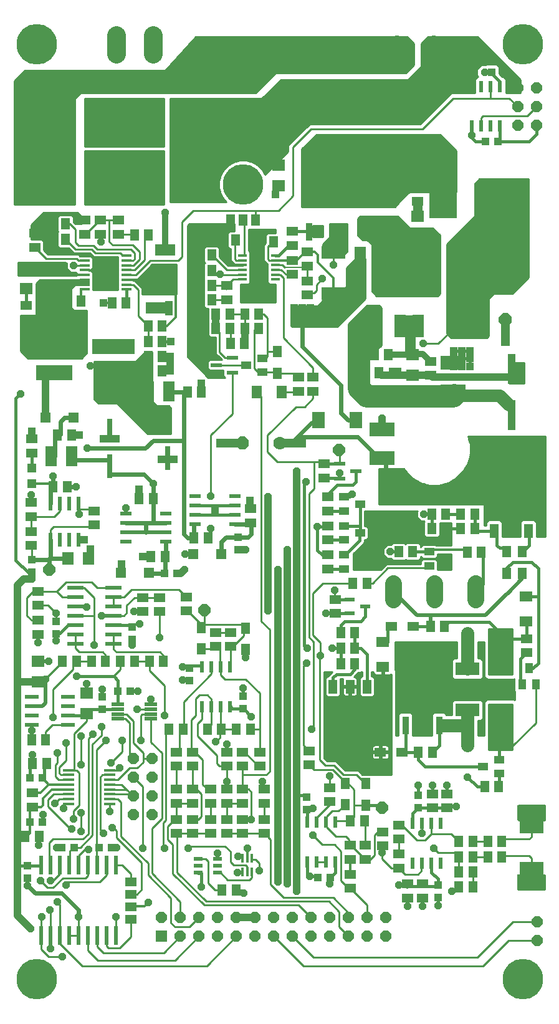
<source format=gtl>
G75*
G70*
%OFA0B0*%
%FSLAX24Y24*%
%IPPOS*%
%LPD*%
%AMOC8*
5,1,8,0,0,1.08239X$1,22.5*
%
%ADD10R,0.0709X0.0551*%
%ADD11R,0.0394X0.0433*%
%ADD12R,0.0512X0.0591*%
%ADD13R,0.0591X0.0512*%
%ADD14R,0.0709X0.0630*%
%ADD15R,0.0680X0.0190*%
%ADD16R,0.0433X0.0394*%
%ADD17R,0.0630X0.0138*%
%ADD18R,0.0220X0.1000*%
%ADD19OC8,0.0594*%
%ADD20C,0.0885*%
%ADD21R,0.0472X0.0591*%
%ADD22R,0.0591X0.0472*%
%ADD23R,0.0450X0.0750*%
%ADD24R,0.2000X0.1250*%
%ADD25R,0.0236X0.0610*%
%ADD26R,0.0551X0.0394*%
%ADD27R,0.0394X0.0551*%
%ADD28R,0.1260X0.0709*%
%ADD29R,0.0600X0.0220*%
%ADD30R,0.0520X0.0220*%
%ADD31R,0.0370X0.0980*%
%ADD32R,0.2650X0.2570*%
%ADD33R,0.1339X0.0748*%
%ADD34R,0.0780X0.0220*%
%ADD35R,0.0594X0.0594*%
%ADD36R,0.0630X0.1063*%
%ADD37R,0.0710X0.0630*%
%ADD38R,0.1496X0.2165*%
%ADD39R,0.0551X0.0709*%
%ADD40R,0.2165X0.2244*%
%ADD41R,0.0512X0.0669*%
%ADD42R,0.0600X0.1200*%
%ADD43R,0.0500X0.0180*%
%ADD44R,0.0690X0.1160*%
%ADD45R,0.1969X0.0787*%
%ADD46R,0.0300X0.1280*%
%ADD47R,0.0472X0.0472*%
%ADD48R,0.0551X0.0551*%
%ADD49R,0.1063X0.0630*%
%ADD50R,0.0560X0.0140*%
%ADD51C,0.1236*%
%ADD52OC8,0.1236*%
%ADD53R,0.0610X0.0236*%
%ADD54R,0.2244X0.2165*%
%ADD55R,0.0669X0.0512*%
%ADD56R,0.0709X0.0866*%
%ADD57R,0.0140X0.0460*%
%ADD58R,0.0500X0.0220*%
%ADD59R,0.0866X0.0236*%
%ADD60OC8,0.0650*%
%ADD61R,0.0630X0.0709*%
%ADD62R,0.0220X0.0780*%
%ADD63C,0.1000*%
%ADD64OC8,0.0560*%
%ADD65R,0.1640X0.0470*%
%ADD66C,0.0700*%
%ADD67OC8,0.0700*%
%ADD68R,0.0470X0.1640*%
%ADD69R,0.0430X0.1600*%
%ADD70OC8,0.0396*%
%ADD71C,0.0120*%
%ADD72C,0.0160*%
%ADD73C,0.0100*%
%ADD74R,0.0396X0.0396*%
%ADD75C,0.0400*%
%ADD76C,0.0240*%
%ADD77C,0.0200*%
%ADD78C,0.1000*%
%ADD79C,0.0320*%
%ADD80R,0.0436X0.0436*%
%ADD81C,0.0700*%
%ADD82C,0.2165*%
%ADD83C,0.0500*%
%ADD84C,0.1200*%
%ADD85C,0.0660*%
%ADD86C,0.0180*%
%ADD87C,0.0080*%
%ADD88C,0.0560*%
%ADD89C,0.0140*%
D10*
X028491Y023722D03*
X028491Y025060D03*
X036166Y026147D03*
X036166Y027485D03*
D11*
X030391Y016876D03*
X030391Y016206D03*
X031441Y012051D03*
X031441Y011381D03*
X024416Y016106D03*
X024416Y016776D03*
X021016Y021506D03*
X021016Y022176D03*
X018166Y023006D03*
X018166Y023676D03*
X015091Y025181D03*
X015091Y025851D03*
X016831Y028741D03*
X017500Y028741D03*
X013491Y022126D03*
X013491Y021456D03*
X011016Y025506D03*
X011016Y026176D03*
X009491Y013101D03*
X009491Y012431D03*
X034316Y055531D03*
X034316Y056201D03*
D12*
X025840Y047016D03*
X025092Y047016D03*
X022640Y046466D03*
X021892Y046466D03*
X021685Y047641D03*
X021016Y047641D03*
X020347Y047641D03*
X020615Y046566D03*
X019867Y046566D03*
X019340Y045766D03*
X019340Y044916D03*
X019340Y044141D03*
X019340Y043366D03*
X018592Y043366D03*
X018592Y044141D03*
X018592Y044916D03*
X018592Y045766D03*
X019567Y042591D03*
X019567Y041816D03*
X020315Y041816D03*
X020315Y042591D03*
X021117Y042591D03*
X021117Y041816D03*
X021090Y041041D03*
X020342Y041041D03*
X021865Y041816D03*
X021865Y042591D03*
X018790Y038441D03*
X018042Y038441D03*
X016690Y039566D03*
X016690Y040341D03*
X015942Y040341D03*
X015942Y039566D03*
X015942Y041141D03*
X015942Y041966D03*
X016690Y041966D03*
X016690Y041141D03*
X014765Y043191D03*
X014017Y043191D03*
X012340Y043291D03*
X011592Y043291D03*
X011515Y046591D03*
X011515Y047416D03*
X010767Y047416D03*
X010767Y046591D03*
X015217Y046841D03*
X015965Y046841D03*
X011840Y036116D03*
X011092Y036116D03*
X010867Y033366D03*
X011615Y033366D03*
X015467Y032741D03*
X016215Y032741D03*
X018392Y030641D03*
X019140Y030641D03*
X016840Y029641D03*
X016092Y029641D03*
X016017Y024016D03*
X016765Y024016D03*
X015215Y024016D03*
X014467Y024016D03*
X013665Y024016D03*
X012917Y024016D03*
X012115Y024016D03*
X011367Y024016D03*
X010465Y019816D03*
X009717Y019816D03*
X009767Y018566D03*
X010515Y018566D03*
X010115Y014666D03*
X009367Y014666D03*
X017067Y020391D03*
X017815Y020391D03*
X019117Y020391D03*
X019865Y020391D03*
X020662Y020391D03*
X021410Y020391D03*
X026242Y023891D03*
X026990Y023891D03*
X026990Y024716D03*
X026990Y025566D03*
X026242Y025566D03*
X026242Y024716D03*
X026892Y028191D03*
X027640Y028191D03*
X029342Y029891D03*
X030090Y029891D03*
X031117Y031116D03*
X031117Y031891D03*
X031865Y031891D03*
X031865Y031116D03*
X032667Y031116D03*
X032667Y031891D03*
X033415Y031891D03*
X033415Y031116D03*
X033765Y029866D03*
X033017Y029866D03*
X031790Y025891D03*
X031042Y025891D03*
X031140Y019166D03*
X030392Y019166D03*
X027515Y015491D03*
X026767Y015491D03*
X032567Y014391D03*
X032567Y013566D03*
X032567Y012766D03*
X033315Y012766D03*
X033315Y013566D03*
X033315Y014391D03*
X034117Y014391D03*
X034117Y013566D03*
X034865Y013566D03*
X034865Y014391D03*
X033315Y011966D03*
X032567Y011966D03*
X033942Y017316D03*
X034690Y017316D03*
X020640Y011791D03*
X019892Y011791D03*
X027542Y039466D03*
X028290Y039466D03*
X028042Y040416D03*
X028790Y040416D03*
D13*
X031041Y040065D03*
X031041Y039317D03*
X025541Y032815D03*
X025541Y032067D03*
X025541Y031265D03*
X025541Y030517D03*
X025541Y029715D03*
X025541Y028967D03*
X025941Y027340D03*
X025941Y026592D03*
X021416Y031442D03*
X021416Y032190D03*
X017991Y027465D03*
X017991Y026717D03*
X016566Y026692D03*
X016566Y027440D03*
X015666Y027440D03*
X015666Y026692D03*
X013041Y031317D03*
X013041Y032065D03*
X010041Y027765D03*
X010041Y027017D03*
X010041Y026215D03*
X010041Y025467D03*
X009691Y030217D03*
X009691Y030965D03*
X009691Y031767D03*
X009691Y032515D03*
X009716Y035167D03*
X009716Y035915D03*
X009416Y042317D03*
X009416Y043065D03*
X009891Y046167D03*
X009891Y046915D03*
X012541Y046867D03*
X012541Y047615D03*
X013391Y047615D03*
X013391Y046867D03*
X014366Y046867D03*
X014366Y047615D03*
X020141Y044115D03*
X020141Y043367D03*
X023666Y044717D03*
X023666Y045465D03*
X023666Y046267D03*
X023666Y047015D03*
X024441Y045915D03*
X024441Y045167D03*
X024441Y044365D03*
X024441Y043617D03*
X024766Y039215D03*
X024766Y038467D03*
X023991Y038467D03*
X023991Y039215D03*
X025341Y034590D03*
X025341Y033842D03*
X020341Y025565D03*
X020341Y024817D03*
X019566Y024817D03*
X019566Y025565D03*
X020141Y019165D03*
X020141Y018417D03*
X020991Y018417D03*
X020991Y019165D03*
X021916Y019165D03*
X021916Y018417D03*
X022141Y017190D03*
X022141Y016442D03*
X022141Y015565D03*
X022141Y014817D03*
X020991Y014817D03*
X020991Y015565D03*
X020141Y015565D03*
X020141Y014817D03*
X019296Y014817D03*
X019296Y015565D03*
X019296Y016442D03*
X019296Y017190D03*
X020141Y017190D03*
X020141Y016442D03*
X020992Y016442D03*
X020992Y017190D03*
X018316Y017190D03*
X018316Y016442D03*
X017466Y016442D03*
X017466Y017190D03*
X017466Y018417D03*
X017466Y019165D03*
X018316Y019165D03*
X018316Y018417D03*
X018316Y015565D03*
X018316Y014817D03*
X017466Y014817D03*
X017466Y015565D03*
X015016Y012235D03*
X015016Y011566D03*
X015016Y010897D03*
X015016Y010227D03*
X009741Y016242D03*
X009741Y016990D03*
X024566Y018492D03*
X024566Y019240D03*
X025672Y017269D03*
X025672Y016521D03*
X026766Y014190D03*
X026766Y013442D03*
X027566Y013442D03*
X027566Y014190D03*
X028492Y014146D03*
X028492Y014894D03*
X029366Y015265D03*
X029366Y014517D03*
X029366Y013715D03*
X029366Y012967D03*
X029822Y012121D03*
X029822Y011373D03*
X030628Y011367D03*
X030628Y012115D03*
X031165Y016192D03*
X031165Y016940D03*
X031934Y016940D03*
X031934Y016192D03*
X026766Y012640D03*
X026766Y011892D03*
X036191Y024492D03*
X036191Y025240D03*
X030341Y048642D03*
X030341Y049390D03*
D14*
X030091Y040442D03*
X030091Y039340D03*
X029166Y039442D03*
X029166Y038340D03*
X012666Y022317D03*
X012666Y021215D03*
X010066Y022940D03*
X010066Y024042D03*
D15*
X014336Y021721D03*
X014336Y021471D03*
X014336Y021211D03*
X014336Y020961D03*
X016096Y020961D03*
X016096Y021211D03*
X016096Y021471D03*
X016096Y021721D03*
D16*
X015000Y022416D03*
X014331Y022416D03*
X010275Y017791D03*
X009606Y017791D03*
X009606Y015441D03*
X010275Y015441D03*
X011331Y014066D03*
X012000Y014066D03*
X013306Y014066D03*
X013975Y014066D03*
X009716Y028781D03*
X009716Y029451D03*
X020741Y030006D03*
X020741Y030676D03*
X025006Y012466D03*
X025675Y012466D03*
X033981Y051816D03*
X034650Y051816D03*
D17*
X013893Y018202D03*
X013893Y017946D03*
X013893Y017690D03*
X013893Y017434D03*
X013893Y017178D03*
X013893Y016922D03*
X013893Y016666D03*
X013893Y016410D03*
X011688Y016410D03*
X011688Y016666D03*
X011688Y016922D03*
X011688Y017178D03*
X011688Y017434D03*
X011688Y017690D03*
X011688Y017946D03*
X011688Y018202D03*
D18*
X011716Y013121D03*
X011216Y013121D03*
X010716Y013121D03*
X010216Y013121D03*
X012216Y013121D03*
X012716Y013121D03*
X013216Y013121D03*
X013716Y013121D03*
X014216Y013121D03*
X014216Y009361D03*
X013716Y009361D03*
X013216Y009361D03*
X012716Y009361D03*
X012216Y009361D03*
X011716Y009361D03*
X011216Y009361D03*
X010716Y009361D03*
X010216Y009361D03*
D19*
X015141Y015816D03*
X015141Y016816D03*
X015141Y017816D03*
X015141Y018816D03*
X016141Y018816D03*
X016141Y017816D03*
X016141Y016816D03*
X016141Y015816D03*
X016660Y010323D03*
X017660Y010323D03*
X017660Y009323D03*
X018660Y009323D03*
X018660Y010323D03*
X019660Y010323D03*
X020660Y010323D03*
X020660Y009323D03*
X019660Y009323D03*
X021660Y009323D03*
X021660Y010323D03*
X022660Y010323D03*
X022660Y009323D03*
X023660Y009323D03*
X023660Y010323D03*
X024660Y010323D03*
X024660Y009323D03*
X025660Y009323D03*
X025660Y010323D03*
X026660Y010323D03*
X026660Y009323D03*
X027660Y009323D03*
X027660Y010323D03*
X028660Y010323D03*
X028660Y009323D03*
X036741Y009091D03*
X036741Y010091D03*
X036716Y052691D03*
X036716Y053691D03*
X036716Y054691D03*
X035716Y054691D03*
X035716Y053691D03*
X035716Y052691D03*
D20*
X033450Y028205D02*
X033450Y027320D01*
X031250Y027320D02*
X031250Y028205D01*
X029050Y028205D02*
X029050Y027320D01*
D21*
X035116Y028745D03*
X035966Y028745D03*
X035966Y029887D03*
X035116Y029887D03*
X027591Y017487D03*
X027591Y016345D03*
X026491Y016370D03*
X026491Y017512D03*
X021166Y024670D03*
X021166Y025812D03*
X018791Y025837D03*
X018791Y024695D03*
X022866Y039445D03*
X022866Y040587D03*
D22*
X028970Y025891D03*
X030112Y025891D03*
X029512Y019166D03*
X028370Y019166D03*
D23*
X027651Y022676D03*
X026741Y022676D03*
X025831Y022676D03*
X034456Y031006D03*
X035366Y031006D03*
X036276Y031006D03*
D24*
X035366Y033276D03*
X026741Y020406D03*
D25*
X025964Y015429D03*
X025464Y015429D03*
X024964Y015429D03*
X024464Y015429D03*
X024464Y013303D03*
X024964Y013303D03*
X025464Y013303D03*
X025964Y013303D03*
X030089Y013228D03*
X030589Y013228D03*
X031089Y013228D03*
X031589Y013228D03*
X031589Y015354D03*
X031089Y015354D03*
X030589Y015354D03*
X030089Y015354D03*
X020339Y021603D03*
X019839Y021603D03*
X019339Y021603D03*
X018839Y021603D03*
X018839Y023729D03*
X019339Y023729D03*
X019839Y023729D03*
X020339Y023729D03*
X033264Y052653D03*
X033764Y052653D03*
X034264Y052653D03*
X034764Y052653D03*
X034764Y054779D03*
X034264Y054779D03*
X033764Y054779D03*
X033264Y054779D03*
D26*
X022049Y040240D03*
X022049Y039492D03*
X021183Y039866D03*
X026408Y032815D03*
X026408Y032067D03*
X026408Y031265D03*
X026408Y030517D03*
X026408Y029715D03*
X026408Y028967D03*
X027274Y029341D03*
X027274Y030891D03*
X027274Y032441D03*
X030983Y029890D03*
X030983Y029142D03*
X031849Y029516D03*
X034724Y018765D03*
X034724Y018017D03*
X033858Y018391D03*
D27*
X035942Y022783D03*
X036690Y022783D03*
X036316Y023649D03*
D28*
X034791Y023618D03*
X033016Y023618D03*
X033016Y021414D03*
X034791Y021414D03*
X036441Y015168D03*
X036441Y012964D03*
X025866Y043689D03*
X025866Y045893D03*
D29*
X020441Y040266D03*
X020441Y039466D03*
X019591Y039866D03*
X026191Y034591D03*
X026191Y033791D03*
X027041Y034191D03*
D30*
X026711Y027336D03*
X026711Y026596D03*
X027571Y026966D03*
D31*
X029708Y020597D03*
X031508Y020597D03*
X026366Y046996D03*
X024566Y046996D03*
D32*
X025466Y049576D03*
X030608Y023177D03*
D33*
X028466Y034898D03*
X028466Y036434D03*
X032266Y038473D03*
X032266Y040009D03*
D34*
X011661Y022116D03*
X011661Y021616D03*
X011661Y021116D03*
X011661Y020616D03*
X009721Y020616D03*
X009721Y021116D03*
X009721Y021616D03*
X009721Y022116D03*
D35*
X016660Y009323D03*
D36*
X011867Y034991D03*
X010765Y034991D03*
X015940Y038466D03*
X017042Y038466D03*
X027290Y044391D03*
X027290Y045666D03*
X028392Y045666D03*
X028392Y044391D03*
X031240Y044241D03*
X031240Y045516D03*
X032342Y045516D03*
X032342Y044241D03*
D37*
X030341Y046706D03*
X030341Y047826D03*
X022916Y049456D03*
X022916Y050576D03*
X009416Y045076D03*
X009416Y043956D03*
D38*
X031706Y048791D03*
X035525Y048791D03*
D39*
X023085Y038441D03*
X021747Y038441D03*
D40*
X028416Y049765D03*
D41*
X029315Y047230D03*
X027516Y047230D03*
D42*
X027426Y041966D03*
X029406Y041966D03*
X030401Y041966D03*
X032381Y041966D03*
D43*
X022746Y044449D03*
X022746Y044705D03*
X022746Y044961D03*
X022746Y045221D03*
X022746Y045477D03*
X022746Y045733D03*
X020986Y045733D03*
X020986Y045477D03*
X020986Y045221D03*
X020986Y044961D03*
X020986Y044705D03*
X020986Y044449D03*
D44*
X021866Y045091D03*
D45*
X014264Y040855D03*
X014264Y039477D03*
X010918Y039477D03*
X010918Y040855D03*
D46*
X013891Y036366D03*
X013891Y034466D03*
X016991Y034891D03*
X016991Y036791D03*
D47*
X009716Y034354D03*
X009716Y033528D03*
D48*
X010468Y037066D03*
X011964Y037066D03*
X010716Y043468D03*
X010716Y044964D03*
X018368Y029766D03*
X019864Y029766D03*
X015989Y028766D03*
X014493Y028766D03*
D49*
X016366Y042915D03*
X016366Y044017D03*
X016866Y044915D03*
X016866Y046017D03*
D50*
X014786Y045716D03*
X014786Y045456D03*
X014786Y045196D03*
X014786Y044946D03*
X014786Y044686D03*
X014786Y044436D03*
X014786Y044176D03*
X014786Y043916D03*
X012546Y043916D03*
X012546Y044176D03*
X012546Y044436D03*
X012546Y044686D03*
X012546Y044946D03*
X012546Y045196D03*
X012546Y045456D03*
X012546Y045716D03*
D51*
X022116Y056342D03*
X029266Y056342D03*
D52*
X029266Y053390D03*
X022116Y053390D03*
D53*
X020579Y032868D03*
X020579Y032368D03*
X020579Y031868D03*
X020579Y031368D03*
X018453Y031368D03*
X018453Y031868D03*
X018453Y032368D03*
X018453Y032868D03*
X016879Y031918D03*
X016879Y031418D03*
X016879Y030918D03*
X016879Y030418D03*
X014753Y030418D03*
X014753Y030918D03*
X014753Y031418D03*
X014753Y031918D03*
D54*
X015342Y049766D03*
X015342Y053016D03*
X010917Y053016D03*
X010917Y049766D03*
D55*
X013452Y050666D03*
X013452Y052116D03*
X013452Y053916D03*
X013452Y048866D03*
X017877Y048866D03*
X017877Y050666D03*
X017877Y052116D03*
X017877Y053916D03*
D56*
X025062Y036916D03*
X027070Y036916D03*
D57*
X021501Y013486D03*
X021241Y013486D03*
X020981Y013486D03*
X020981Y012746D03*
X021241Y012746D03*
X021501Y012746D03*
D58*
X019651Y012721D03*
X019651Y013091D03*
X019651Y013461D03*
X018631Y013461D03*
X018631Y013091D03*
X018631Y012721D03*
D59*
X014086Y024966D03*
X014086Y025466D03*
X014086Y025966D03*
X014086Y026466D03*
X014086Y026966D03*
X014086Y027466D03*
X014086Y027966D03*
X012046Y027966D03*
X012046Y027466D03*
X012046Y026966D03*
X012046Y026466D03*
X012046Y025966D03*
X012046Y025466D03*
X012046Y024966D03*
D60*
X010666Y028916D03*
X018941Y026766D03*
X026141Y035341D03*
X028641Y032791D03*
X028441Y016191D03*
D61*
X012742Y029541D03*
X011640Y029541D03*
D62*
X011716Y030521D03*
X011216Y030521D03*
X010716Y030521D03*
X010716Y032461D03*
X011216Y032461D03*
X011716Y032461D03*
X012216Y032461D03*
X012216Y030521D03*
D63*
X014241Y056491D02*
X014241Y057491D01*
X016209Y057491D02*
X016209Y056491D01*
D64*
X033016Y025516D03*
X034791Y025516D03*
X034791Y019516D03*
X033016Y019516D03*
D65*
X023591Y035691D03*
X020391Y035691D03*
D66*
X022991Y035691D03*
X035041Y044291D03*
D67*
X035041Y042291D03*
X020991Y035691D03*
D68*
X035041Y041691D03*
X035041Y044891D03*
D69*
X035391Y039671D03*
X035391Y037211D03*
D70*
X030641Y041016D03*
X028466Y037016D03*
X026191Y034091D03*
X026866Y032966D03*
X024991Y031241D03*
X023891Y029891D03*
X023391Y029991D03*
X022891Y028941D03*
X022366Y028191D03*
X022366Y026716D03*
X023391Y026016D03*
X022891Y025291D03*
X023891Y024741D03*
X024441Y024716D03*
X024416Y023941D03*
X025166Y024316D03*
X025791Y024716D03*
X025466Y026591D03*
X025916Y027816D03*
X023891Y027241D03*
X021141Y029991D03*
X019291Y031116D03*
X019291Y032866D03*
X017916Y029766D03*
X017891Y028941D03*
X015491Y026016D03*
X015191Y026691D03*
X015091Y024891D03*
X016566Y025291D03*
X017791Y023716D03*
X017791Y023016D03*
X016816Y021116D03*
X016096Y021986D03*
X015391Y022416D03*
X015366Y021466D03*
X015566Y019791D03*
X014566Y019791D03*
X013966Y018591D03*
X014416Y018316D03*
X013691Y019791D03*
X012991Y020141D03*
X013441Y020516D03*
X012366Y020041D03*
X011566Y019666D03*
X011091Y019116D03*
X012366Y018491D03*
X010966Y016441D03*
X010316Y015816D03*
X011416Y016166D03*
X011966Y015591D03*
X012366Y015941D03*
X011841Y015066D03*
X012366Y014941D03*
X012741Y013966D03*
X013566Y014816D03*
X014016Y015141D03*
X013891Y015991D03*
X014266Y014066D03*
X015641Y014041D03*
X016816Y014016D03*
X018091Y014016D03*
X019666Y013766D03*
X020741Y013591D03*
X020716Y012716D03*
X021066Y011616D03*
X021891Y012841D03*
X021241Y014016D03*
X021466Y015566D03*
X022891Y016016D03*
X022891Y016841D03*
X022041Y017591D03*
X023891Y017566D03*
X024766Y016166D03*
X024741Y014716D03*
X023891Y013916D03*
X023391Y014016D03*
X023391Y013466D03*
X023891Y012791D03*
X023391Y012141D03*
X022891Y012216D03*
X023891Y011741D03*
X024591Y012541D03*
X025666Y012141D03*
X023891Y015666D03*
X025666Y017891D03*
X024691Y020391D03*
X023891Y019341D03*
X023391Y021066D03*
X023891Y021991D03*
X022891Y023266D03*
X021466Y021066D03*
X021016Y022591D03*
X021166Y024216D03*
X020141Y019591D03*
X019566Y019716D03*
X020141Y017591D03*
X018791Y011966D03*
X015966Y011141D03*
X014216Y010366D03*
X012216Y010366D03*
X011091Y011166D03*
X010691Y010741D03*
X010266Y010366D03*
X009641Y009741D03*
X010716Y008666D03*
X011366Y008241D03*
X009491Y012041D03*
X010191Y012291D03*
X010716Y012291D03*
X011541Y012066D03*
X011041Y014066D03*
X010091Y014191D03*
X009766Y019041D03*
X009716Y020316D03*
X010841Y021016D03*
X010466Y023066D03*
X010616Y024016D03*
X011016Y025116D03*
X010041Y025041D03*
X011016Y026591D03*
X012666Y026916D03*
X013466Y026466D03*
X013066Y024891D03*
X012116Y023216D03*
X012666Y022816D03*
X013491Y022516D03*
X009716Y028416D03*
X012241Y031891D03*
X012091Y033366D03*
X010866Y033941D03*
X009691Y032916D03*
X012691Y035416D03*
X014766Y032216D03*
X016216Y033516D03*
X012841Y039841D03*
X009116Y038341D03*
X011966Y045191D03*
X013416Y046466D03*
X016866Y048016D03*
X019791Y044716D03*
X020216Y045416D03*
X019566Y042191D03*
X021116Y041441D03*
X025266Y044491D03*
X025866Y045241D03*
X033266Y052166D03*
X033941Y055516D03*
X023891Y034191D03*
X023891Y033216D03*
X024391Y033641D03*
X022366Y032816D03*
X028891Y029891D03*
X030691Y031891D03*
X033016Y017841D03*
X032416Y016266D03*
X031915Y017391D03*
X031166Y017391D03*
X030391Y017391D03*
X030591Y014816D03*
X031216Y014016D03*
X032191Y011716D03*
X031441Y010966D03*
X030616Y010941D03*
X029816Y010941D03*
X029341Y012066D03*
X028466Y013791D03*
D71*
X026766Y013442D02*
X026766Y012640D01*
X026767Y015491D02*
X026766Y015491D01*
X030076Y015266D02*
X030089Y015354D01*
X030089Y015293D02*
X030091Y015291D01*
X030391Y016206D02*
X030373Y016239D01*
X031291Y016216D02*
X031291Y016191D01*
X031292Y016192D01*
X031941Y016941D02*
X031916Y016966D01*
X031089Y013228D02*
X031091Y013151D01*
X031441Y012051D02*
X031326Y011990D01*
X021241Y013486D02*
X021241Y014016D01*
X020966Y013616D02*
X020966Y013516D01*
X020991Y013491D01*
X020986Y013491D01*
X020981Y013486D01*
X020991Y013496D01*
X020966Y013616D02*
X020741Y013591D01*
X019666Y013476D02*
X019651Y013461D01*
X019666Y013476D02*
X019666Y013766D01*
X020141Y019165D02*
X020141Y019591D01*
X015966Y011141D02*
X015741Y010916D01*
X015035Y010916D01*
X011688Y017178D02*
X010803Y017178D01*
X010316Y016691D01*
X010316Y016341D01*
X010216Y016241D01*
X009742Y016241D01*
X009741Y016242D01*
X009606Y016107D01*
X009606Y015441D01*
X009606Y014827D01*
X009367Y014666D01*
X009741Y016990D02*
X010188Y016990D01*
X010632Y017434D01*
X010275Y017791D01*
X010141Y017656D01*
X010632Y017434D02*
X011688Y017434D01*
X010466Y023066D02*
X011266Y023866D01*
X011316Y023866D01*
X015467Y032741D02*
X015466Y033231D01*
X010891Y033541D02*
X010877Y033528D01*
X010841Y033528D01*
X009716Y033528D01*
X013566Y043191D02*
X014017Y043191D01*
X016366Y042915D02*
X016532Y043081D01*
X017041Y043081D01*
X017416Y042416D02*
X016966Y041966D01*
X016690Y041966D01*
X017416Y042416D02*
X017416Y044141D01*
X022746Y045477D02*
X023654Y045477D01*
X023666Y045465D02*
X023666Y045491D01*
X023691Y045466D02*
X023891Y045466D01*
X024340Y045915D01*
X024441Y045915D01*
X024867Y045915D01*
X025016Y045766D01*
X025016Y045366D01*
X025866Y044516D01*
X025866Y043689D01*
X024365Y045091D02*
X024441Y045167D01*
X024666Y047016D02*
X024591Y047091D01*
X024666Y047016D02*
X025092Y047016D01*
X030991Y029991D02*
X030991Y029891D01*
X030991Y029991D02*
X033016Y029991D01*
X033016Y029890D01*
X033017Y029890D01*
X011591Y046541D02*
X011591Y046765D01*
X011515Y046591D01*
D72*
X013452Y048866D02*
X013452Y049791D01*
X013477Y049766D01*
X015342Y049766D01*
X013452Y049791D02*
X013452Y050666D01*
X013452Y052116D02*
X013452Y053016D01*
X015342Y053016D01*
X013452Y053016D02*
X013452Y053916D01*
X010917Y053016D02*
X010917Y049766D01*
X009416Y043956D02*
X009416Y043065D01*
X009116Y038341D02*
X008866Y038091D01*
X008866Y029441D01*
X009525Y028781D01*
X009716Y028781D01*
X011666Y025966D02*
X011216Y025516D01*
X011025Y025516D01*
X011016Y025506D01*
X011016Y025116D01*
X011666Y025966D02*
X012046Y025966D01*
X014086Y025966D02*
X014975Y025966D01*
X015091Y025851D01*
X015075Y025966D01*
X015191Y026691D02*
X015666Y026691D01*
X015666Y026692D01*
X015666Y029616D02*
X015691Y029641D01*
X016092Y029641D01*
X015966Y030916D02*
X015964Y030918D01*
X016877Y030916D02*
X016879Y030918D01*
X017916Y029766D02*
X018368Y029766D01*
X019140Y030641D02*
X019291Y030792D01*
X019291Y031116D01*
X019516Y031866D02*
X019514Y031868D01*
X018453Y031868D01*
X018453Y032368D02*
X019514Y032368D01*
X019516Y032366D01*
X019516Y032116D01*
X019516Y031866D01*
X019518Y031868D01*
X020579Y031868D01*
X020579Y032368D02*
X019543Y032368D01*
X019541Y032366D01*
X019516Y032366D01*
X021391Y032215D02*
X021416Y032190D01*
X021391Y032215D02*
X021391Y032616D01*
X020991Y035691D02*
X020391Y035691D01*
X018791Y038442D02*
X018790Y038441D01*
X018791Y038442D02*
X018791Y038901D01*
X017116Y039576D02*
X017106Y039566D01*
X016690Y039566D01*
X016690Y040341D02*
X017101Y040341D01*
X017116Y040326D01*
X017141Y041116D02*
X017141Y041141D01*
X016691Y041141D01*
X014766Y043191D02*
X014791Y043216D01*
X014791Y043841D01*
X017877Y048866D02*
X017877Y050666D01*
X017877Y052116D01*
X017877Y053916D01*
X021016Y047641D02*
X021091Y047566D01*
X021091Y047391D01*
X020615Y046566D02*
X020541Y046492D01*
X020541Y046391D01*
X018592Y045766D02*
X018592Y044916D01*
X018592Y044141D01*
X018592Y043366D01*
X022746Y045733D02*
X022908Y045733D01*
X023441Y046266D01*
X023665Y046266D01*
X023666Y046267D01*
X023666Y047015D02*
X024391Y047019D01*
X024515Y047065D01*
X024591Y047091D01*
X027466Y041516D02*
X027491Y040541D01*
X028042Y040416D01*
X027216Y040266D02*
X027266Y039466D01*
X027542Y039466D01*
X029166Y038340D02*
X029166Y038266D01*
X029241Y038191D01*
X027041Y034191D02*
X027041Y033616D01*
X026891Y033466D01*
X026041Y033466D01*
X025541Y032966D01*
X025541Y032815D01*
X025541Y032067D02*
X026408Y032067D01*
X026408Y032815D02*
X026392Y032815D01*
X026391Y032816D01*
X026716Y032816D01*
X026866Y032966D01*
X027274Y032441D02*
X027274Y031266D01*
X027273Y031265D01*
X026408Y031265D01*
X026408Y030517D02*
X025541Y030517D01*
X025517Y031241D02*
X025541Y031265D01*
X025517Y031241D02*
X024991Y031241D01*
X024991Y029966D01*
X025241Y029716D01*
X025540Y029716D01*
X025541Y029715D01*
X025541Y028967D02*
X026408Y028967D01*
X026408Y029715D02*
X026490Y029715D01*
X027266Y030491D01*
X027266Y030883D01*
X027274Y030891D01*
X027274Y031266D01*
X028891Y029891D02*
X029342Y029891D01*
X030090Y029891D02*
X030982Y029891D01*
X030983Y029890D01*
X031117Y031116D02*
X031117Y031891D01*
X030691Y031891D01*
X031865Y031891D02*
X032667Y031891D01*
X032667Y031116D02*
X031865Y031116D01*
X033017Y029890D02*
X033041Y029866D01*
X033765Y029866D02*
X033844Y029787D01*
X033844Y028156D01*
X033450Y027762D01*
X034191Y026116D02*
X034791Y025516D01*
X035067Y025240D01*
X036191Y025240D01*
X036191Y026122D01*
X036166Y026147D01*
X036165Y026371D01*
X036166Y027485D02*
X036810Y027485D01*
X036816Y027491D01*
X036816Y028991D01*
X036466Y029341D01*
X035441Y029341D01*
X035116Y029016D01*
X035116Y028745D01*
X035116Y029887D02*
X035112Y029891D01*
X035112Y029945D01*
X034966Y030091D01*
X034741Y030091D01*
X034591Y030241D01*
X034591Y030871D01*
X034456Y031006D01*
X033500Y031006D01*
X033415Y031116D01*
X033415Y031891D01*
X035966Y029866D02*
X036316Y030216D01*
X036316Y030966D01*
X036276Y031006D01*
X036816Y027491D02*
X036816Y023941D01*
X036524Y023649D01*
X036316Y023649D01*
X035866Y024167D02*
X036191Y024492D01*
X035866Y024167D02*
X035866Y022866D01*
X035942Y022790D01*
X035942Y022783D01*
X034791Y019516D02*
X034724Y019449D01*
X034724Y018765D01*
X034724Y018017D02*
X034724Y017350D01*
X034690Y017316D01*
X033942Y017316D02*
X033541Y017316D01*
X033016Y017841D01*
X033858Y018391D02*
X030766Y018391D01*
X030391Y018766D01*
X030391Y019165D01*
X030392Y019166D01*
X030391Y019166D02*
X030416Y019191D01*
X030416Y019166D01*
X030391Y019166D02*
X029512Y019166D01*
X029708Y019362D01*
X029708Y020597D01*
X028466Y022766D02*
X028491Y022791D01*
X028491Y023722D01*
X027651Y024381D02*
X027651Y022676D01*
X026741Y023341D02*
X026991Y023591D01*
X026991Y023890D01*
X026990Y023891D01*
X026741Y023341D02*
X026016Y023341D01*
X025831Y023156D01*
X025831Y022676D01*
X026242Y023891D02*
X026242Y024716D01*
X025791Y024716D01*
X026241Y025567D02*
X026242Y025566D01*
X026241Y025567D02*
X026241Y025966D01*
X026441Y026166D01*
X027316Y026166D01*
X027571Y026421D01*
X027571Y026966D01*
X026711Y027336D02*
X025945Y027336D01*
X025941Y027340D01*
X025941Y026592D02*
X026707Y026592D01*
X026711Y026596D01*
X025941Y026592D02*
X025940Y026591D01*
X025466Y026591D01*
X024291Y024866D02*
X024291Y033541D01*
X024391Y033641D01*
X025341Y033842D02*
X026140Y033842D01*
X026191Y033791D01*
X026191Y034091D01*
X026191Y034591D02*
X025342Y034591D01*
X025341Y034590D01*
X023591Y035691D02*
X022991Y035691D01*
X016991Y034891D02*
X016916Y034816D01*
X016666Y034816D01*
X014766Y032216D02*
X014753Y032203D01*
X014753Y031918D01*
X012841Y030016D02*
X012916Y029541D01*
X012742Y029541D01*
X012516Y030516D02*
X012221Y030516D01*
X012216Y030521D01*
X009716Y034354D02*
X009716Y035167D01*
X009716Y035915D02*
X009716Y036341D01*
X011840Y036116D02*
X012266Y036116D01*
X013891Y035991D02*
X014216Y035916D01*
X013891Y035991D02*
X013891Y036366D01*
X017791Y023716D02*
X018125Y023716D01*
X018166Y023676D01*
X018166Y023791D02*
X018777Y023791D01*
X018839Y023729D01*
X018231Y023141D02*
X018166Y023006D01*
X018156Y023016D01*
X017791Y023016D01*
X016096Y021986D02*
X016096Y021721D01*
X015391Y022416D02*
X015000Y022416D01*
X014341Y022441D02*
X014341Y022416D01*
X014331Y022416D02*
X014331Y023001D01*
X014116Y023216D01*
X014091Y023216D01*
X012116Y023216D01*
X012666Y022816D02*
X012666Y022317D01*
X013491Y022126D02*
X013491Y022516D01*
X014336Y022436D02*
X014336Y021721D01*
X014336Y021471D02*
X013505Y021471D01*
X013491Y021456D01*
X012907Y021456D01*
X012666Y021215D01*
X012591Y021116D02*
X011661Y021116D01*
X010466Y023066D02*
X010267Y023141D01*
X010066Y022940D01*
X009721Y020616D02*
X009716Y020611D01*
X009716Y020316D01*
X009716Y019817D01*
X009717Y019816D01*
X009766Y019041D02*
X009767Y019040D01*
X009767Y018566D01*
X009606Y018405D01*
X009606Y017791D01*
X010275Y017791D02*
X010366Y017791D01*
X010391Y017816D01*
X010391Y018442D01*
X010515Y018566D01*
X010316Y015816D02*
X010316Y015481D01*
X010275Y015441D01*
X010115Y014666D02*
X010091Y014642D01*
X010091Y014191D01*
X009367Y014666D02*
X009016Y014666D01*
X008966Y014716D01*
X009000Y013101D02*
X008966Y013066D01*
X009000Y013101D02*
X009491Y013101D01*
X010195Y013101D01*
X010216Y013121D01*
X009491Y012431D02*
X009491Y012041D01*
X014336Y022436D02*
X014341Y022441D01*
X020339Y021603D02*
X020341Y021601D01*
X020341Y021591D01*
X020425Y021506D01*
X021016Y021506D01*
X021050Y021506D01*
X021041Y021491D02*
X021466Y021066D01*
X021016Y022176D02*
X021016Y022591D01*
X020341Y021616D02*
X020341Y021601D01*
X023891Y016891D02*
X023916Y016866D01*
X024416Y016866D01*
X024416Y016776D01*
X024416Y016106D02*
X024400Y016091D01*
X024416Y016106D02*
X024464Y016058D01*
X024658Y016058D01*
X024766Y016166D01*
X024464Y016058D02*
X024464Y015429D01*
X024464Y013303D02*
X024464Y012643D01*
X024591Y012541D01*
X024956Y012516D01*
X025006Y012466D01*
X025666Y012466D02*
X025666Y012141D01*
X025675Y012466D02*
X025764Y012554D01*
X025716Y012491D02*
X025964Y012739D01*
X025964Y013303D01*
X027591Y016345D02*
X028312Y016345D01*
X028441Y016191D01*
X030089Y015904D02*
X030089Y015354D01*
X030089Y015904D02*
X030391Y016206D01*
X030405Y016192D01*
X031165Y016192D01*
X031092Y016192D01*
X031091Y016191D01*
X031165Y016192D02*
X031934Y016192D01*
X032033Y016291D01*
X032416Y016266D01*
X031934Y016940D02*
X031915Y016959D01*
X031915Y017391D01*
X031166Y017391D02*
X031166Y016940D01*
X031165Y016940D01*
X030391Y016876D02*
X030391Y017391D01*
X030366Y016241D02*
X030391Y016206D01*
X031140Y019166D02*
X031508Y019534D01*
X031508Y020597D01*
X028760Y025060D02*
X028766Y025066D01*
X028766Y025866D01*
X028941Y025866D01*
X028966Y025891D01*
X028760Y025060D02*
X028491Y025060D01*
X027651Y024381D02*
X027316Y024716D01*
X026990Y024716D01*
X026990Y025566D01*
X024441Y024716D02*
X024291Y024866D01*
X030112Y025891D02*
X031042Y025891D01*
X031790Y025891D02*
X032015Y026116D01*
X034191Y026116D01*
X035891Y016141D02*
X036266Y016141D01*
X036641Y016141D02*
X036641Y015716D01*
X036616Y015716D01*
X036441Y015541D01*
X036266Y015716D01*
X035891Y015716D01*
X036441Y015541D02*
X036441Y015168D01*
X036641Y015716D02*
X036991Y015716D01*
X036991Y016141D02*
X036641Y016141D01*
X036441Y012964D02*
X036641Y012764D01*
X036641Y012416D01*
X036266Y012416D01*
X036641Y012416D02*
X036991Y012416D01*
X036991Y011991D01*
X036641Y011991D01*
X036266Y011991D02*
X035891Y011991D01*
X035891Y012416D01*
X032567Y011966D02*
X032317Y011716D01*
X032191Y011716D01*
X031441Y012051D02*
X031441Y012391D01*
X031091Y012741D01*
X031091Y013151D01*
X030628Y012115D02*
X030628Y012052D01*
X030566Y011990D01*
X029816Y011990D01*
X029815Y011991D01*
X029791Y011991D01*
X029767Y011990D02*
X029766Y011991D01*
X029767Y011990D02*
X029816Y011990D01*
X029766Y012016D02*
X029766Y012065D01*
X029822Y012121D01*
X029766Y012066D01*
X029341Y012066D01*
X029822Y011373D02*
X029822Y010947D01*
X029816Y010941D01*
X030616Y010941D02*
X030616Y011355D01*
X030628Y011367D01*
X030616Y011990D02*
X030622Y011996D01*
X030622Y011996D01*
X030616Y011990D02*
X030566Y011990D01*
X030616Y011990D02*
X031326Y011990D01*
X031381Y011991D02*
X031441Y012051D01*
X031381Y011991D02*
X031091Y011991D01*
X030753Y011990D02*
X030628Y012115D01*
X031441Y011381D02*
X031441Y010966D01*
X018791Y011966D02*
X018791Y012691D01*
X018731Y012706D01*
X018616Y012706D01*
X018631Y012721D01*
X032291Y038241D02*
X032266Y038266D01*
X032266Y038473D01*
X032291Y039791D02*
X032291Y039984D01*
X032266Y040009D01*
X032266Y040191D01*
X032291Y040216D01*
X032716Y040216D01*
X033141Y040216D01*
X033141Y040641D01*
X032716Y040641D01*
X032291Y040641D01*
X032291Y039791D02*
X032716Y039791D01*
X033141Y039791D02*
X033141Y040216D01*
X035891Y039466D02*
X035891Y039116D01*
X035866Y039216D02*
X035891Y039466D01*
X036316Y051841D02*
X034675Y051841D01*
X034650Y051816D01*
X034764Y051929D01*
X034764Y052653D01*
X033956Y051841D02*
X033981Y051816D01*
X033956Y051841D02*
X033466Y051841D01*
X033264Y052043D01*
X033264Y052653D01*
X033266Y052655D01*
X034764Y054779D02*
X034764Y055018D01*
X034316Y055466D01*
X034341Y055491D01*
X034391Y055516D02*
X034316Y055441D01*
X034391Y055516D02*
X033941Y055516D01*
X034306Y056116D02*
X034316Y056201D01*
X036716Y052691D02*
X036716Y052241D01*
X036316Y051841D01*
D73*
X036216Y053191D02*
X036716Y053691D01*
X036216Y053191D02*
X033866Y053191D01*
X033764Y053089D01*
X033764Y052653D01*
X034291Y054141D02*
X035241Y054141D01*
X035716Y053691D01*
X035841Y054441D02*
X035092Y054441D01*
X035092Y055171D01*
X034969Y055294D01*
X034898Y055294D01*
X034723Y055469D01*
X034723Y055835D01*
X034600Y055958D01*
X034032Y055958D01*
X033998Y055924D01*
X033772Y055924D01*
X033533Y055685D01*
X033533Y055347D01*
X033586Y055294D01*
X033559Y055294D01*
X033436Y055171D01*
X033436Y054441D01*
X032166Y054441D01*
X030476Y052751D01*
X024614Y052751D01*
X024519Y052711D01*
X023470Y051663D01*
X023431Y051568D01*
X023431Y051306D01*
X022197Y050072D01*
X022049Y050329D01*
X021808Y050570D01*
X021513Y050740D01*
X021184Y050828D01*
X020844Y050828D01*
X020515Y050740D01*
X020221Y050570D01*
X019980Y050329D01*
X019810Y050034D01*
X019722Y049706D01*
X019722Y049365D01*
X019810Y049036D01*
X019980Y048742D01*
X020131Y048591D01*
X017116Y048591D01*
X017116Y054116D01*
X022016Y054116D01*
X023041Y055141D01*
X029866Y055141D01*
X030541Y055816D01*
X030541Y057066D01*
X030916Y057441D01*
X033541Y057441D01*
X035841Y055141D01*
X035841Y054441D01*
X035841Y054494D02*
X035092Y054494D01*
X035092Y054593D02*
X035841Y054593D01*
X035841Y054691D02*
X035092Y054691D01*
X035092Y054790D02*
X035841Y054790D01*
X035841Y054888D02*
X035092Y054888D01*
X035092Y054987D02*
X035841Y054987D01*
X035841Y055085D02*
X035092Y055085D01*
X035079Y055184D02*
X035798Y055184D01*
X035700Y055282D02*
X034981Y055282D01*
X034811Y055381D02*
X035601Y055381D01*
X035503Y055479D02*
X034723Y055479D01*
X034723Y055578D02*
X035404Y055578D01*
X035306Y055676D02*
X034723Y055676D01*
X034723Y055775D02*
X035207Y055775D01*
X035109Y055873D02*
X034684Y055873D01*
X034912Y056070D02*
X030541Y056070D01*
X030541Y055972D02*
X035010Y055972D01*
X034813Y056169D02*
X030541Y056169D01*
X030541Y056267D02*
X034715Y056267D01*
X034616Y056366D02*
X030541Y056366D01*
X030541Y056464D02*
X034518Y056464D01*
X034419Y056563D02*
X030541Y056563D01*
X030541Y056661D02*
X034321Y056661D01*
X034222Y056760D02*
X030541Y056760D01*
X030541Y056858D02*
X034124Y056858D01*
X034025Y056957D02*
X030541Y056957D01*
X030541Y057055D02*
X033927Y057055D01*
X033828Y057154D02*
X030628Y057154D01*
X030727Y057252D02*
X033730Y057252D01*
X033631Y057351D02*
X030825Y057351D01*
X030166Y057066D02*
X030166Y055941D01*
X029716Y055491D01*
X022766Y055491D01*
X021691Y054416D01*
X012316Y054416D01*
X012016Y054116D01*
X012016Y048466D01*
X008785Y048466D01*
X008785Y055061D01*
X009366Y055641D01*
X016866Y055641D01*
X018491Y057441D01*
X029791Y057441D01*
X030166Y057066D01*
X030166Y057055D02*
X018142Y057055D01*
X018054Y056957D02*
X030166Y056957D01*
X030166Y056858D02*
X017965Y056858D01*
X017876Y056760D02*
X030166Y056760D01*
X030166Y056661D02*
X017787Y056661D01*
X017698Y056563D02*
X030166Y056563D01*
X030166Y056464D02*
X017609Y056464D01*
X017520Y056366D02*
X030166Y056366D01*
X030166Y056267D02*
X017431Y056267D01*
X017342Y056169D02*
X030166Y056169D01*
X030166Y056070D02*
X017253Y056070D01*
X017164Y055972D02*
X030166Y055972D01*
X030098Y055873D02*
X017075Y055873D01*
X016986Y055775D02*
X029999Y055775D01*
X029901Y055676D02*
X016898Y055676D01*
X016791Y054141D02*
X012541Y054141D01*
X012541Y051566D01*
X016791Y051566D01*
X016791Y054141D01*
X016791Y054100D02*
X012541Y054100D01*
X012541Y054002D02*
X016791Y054002D01*
X016791Y053903D02*
X012541Y053903D01*
X012541Y053805D02*
X016791Y053805D01*
X016791Y053706D02*
X012541Y053706D01*
X012541Y053608D02*
X016791Y053608D01*
X016791Y053509D02*
X012541Y053509D01*
X012541Y053411D02*
X016791Y053411D01*
X016791Y053312D02*
X012541Y053312D01*
X012541Y053214D02*
X016791Y053214D01*
X016791Y053115D02*
X012541Y053115D01*
X012541Y053017D02*
X016791Y053017D01*
X016791Y052918D02*
X012541Y052918D01*
X012541Y052820D02*
X016791Y052820D01*
X016791Y052721D02*
X012541Y052721D01*
X012541Y052623D02*
X016791Y052623D01*
X016791Y052524D02*
X012541Y052524D01*
X012541Y052426D02*
X016791Y052426D01*
X016791Y052327D02*
X012541Y052327D01*
X012541Y052229D02*
X016791Y052229D01*
X016791Y052130D02*
X012541Y052130D01*
X012541Y052032D02*
X016791Y052032D01*
X016791Y051933D02*
X012541Y051933D01*
X012541Y051835D02*
X016791Y051835D01*
X016791Y051736D02*
X012541Y051736D01*
X012541Y051638D02*
X016791Y051638D01*
X016791Y051316D02*
X012541Y051316D01*
X012541Y048466D01*
X016791Y048466D01*
X016791Y051316D01*
X016791Y051244D02*
X012541Y051244D01*
X012541Y051145D02*
X016791Y051145D01*
X016791Y051047D02*
X012541Y051047D01*
X012541Y050948D02*
X016791Y050948D01*
X016791Y050850D02*
X012541Y050850D01*
X012541Y050751D02*
X016791Y050751D01*
X016791Y050653D02*
X012541Y050653D01*
X012541Y050554D02*
X016791Y050554D01*
X016791Y050456D02*
X012541Y050456D01*
X012541Y050357D02*
X016791Y050357D01*
X016791Y050259D02*
X012541Y050259D01*
X012541Y050160D02*
X016791Y050160D01*
X016791Y050062D02*
X012541Y050062D01*
X012541Y049963D02*
X016791Y049963D01*
X016791Y049865D02*
X012541Y049865D01*
X012541Y049766D02*
X016791Y049766D01*
X016791Y049668D02*
X012541Y049668D01*
X012541Y049569D02*
X016791Y049569D01*
X016791Y049471D02*
X012541Y049471D01*
X012541Y049372D02*
X016791Y049372D01*
X016791Y049274D02*
X012541Y049274D01*
X012541Y049175D02*
X016791Y049175D01*
X016791Y049077D02*
X012541Y049077D01*
X012541Y048978D02*
X016791Y048978D01*
X016791Y048880D02*
X012541Y048880D01*
X012541Y048781D02*
X016791Y048781D01*
X016791Y048683D02*
X012541Y048683D01*
X012541Y048584D02*
X016791Y048584D01*
X016791Y048486D02*
X012541Y048486D01*
X012016Y048486D02*
X008785Y048486D01*
X008785Y048584D02*
X012016Y048584D01*
X012016Y048683D02*
X008785Y048683D01*
X008785Y048781D02*
X012016Y048781D01*
X012016Y048880D02*
X008785Y048880D01*
X008785Y048978D02*
X012016Y048978D01*
X012016Y049077D02*
X008785Y049077D01*
X008785Y049175D02*
X012016Y049175D01*
X012016Y049274D02*
X008785Y049274D01*
X008785Y049372D02*
X012016Y049372D01*
X012016Y049471D02*
X008785Y049471D01*
X008785Y049569D02*
X012016Y049569D01*
X012016Y049668D02*
X008785Y049668D01*
X008785Y049766D02*
X012016Y049766D01*
X012016Y049865D02*
X008785Y049865D01*
X008785Y049963D02*
X012016Y049963D01*
X012016Y050062D02*
X008785Y050062D01*
X008785Y050160D02*
X012016Y050160D01*
X012016Y050259D02*
X008785Y050259D01*
X008785Y050357D02*
X012016Y050357D01*
X012016Y050456D02*
X008785Y050456D01*
X008785Y050554D02*
X012016Y050554D01*
X012016Y050653D02*
X008785Y050653D01*
X008785Y050751D02*
X012016Y050751D01*
X012016Y050850D02*
X008785Y050850D01*
X008785Y050948D02*
X012016Y050948D01*
X012016Y051047D02*
X008785Y051047D01*
X008785Y051145D02*
X012016Y051145D01*
X012016Y051244D02*
X008785Y051244D01*
X008785Y051342D02*
X012016Y051342D01*
X012016Y051441D02*
X008785Y051441D01*
X008785Y051539D02*
X012016Y051539D01*
X012016Y051638D02*
X008785Y051638D01*
X008785Y051736D02*
X012016Y051736D01*
X012016Y051835D02*
X008785Y051835D01*
X008785Y051933D02*
X012016Y051933D01*
X012016Y052032D02*
X008785Y052032D01*
X008785Y052130D02*
X012016Y052130D01*
X012016Y052229D02*
X008785Y052229D01*
X008785Y052327D02*
X012016Y052327D01*
X012016Y052426D02*
X008785Y052426D01*
X008785Y052524D02*
X012016Y052524D01*
X012016Y052623D02*
X008785Y052623D01*
X008785Y052721D02*
X012016Y052721D01*
X012016Y052820D02*
X008785Y052820D01*
X008785Y052918D02*
X012016Y052918D01*
X012016Y053017D02*
X008785Y053017D01*
X008785Y053115D02*
X012016Y053115D01*
X012016Y053214D02*
X008785Y053214D01*
X008785Y053312D02*
X012016Y053312D01*
X012016Y053411D02*
X008785Y053411D01*
X008785Y053509D02*
X012016Y053509D01*
X012016Y053608D02*
X008785Y053608D01*
X008785Y053706D02*
X012016Y053706D01*
X012016Y053805D02*
X008785Y053805D01*
X008785Y053903D02*
X012016Y053903D01*
X012016Y054002D02*
X008785Y054002D01*
X008785Y054100D02*
X012016Y054100D01*
X012098Y054199D02*
X008785Y054199D01*
X008785Y054297D02*
X012197Y054297D01*
X012295Y054396D02*
X008785Y054396D01*
X008785Y054494D02*
X021769Y054494D01*
X021867Y054593D02*
X008785Y054593D01*
X008785Y054691D02*
X021966Y054691D01*
X022064Y054790D02*
X008785Y054790D01*
X008785Y054888D02*
X022163Y054888D01*
X022261Y054987D02*
X008785Y054987D01*
X008810Y055085D02*
X022360Y055085D01*
X022458Y055184D02*
X008908Y055184D01*
X009007Y055282D02*
X022557Y055282D01*
X022655Y055381D02*
X009105Y055381D01*
X009204Y055479D02*
X022754Y055479D01*
X022985Y055085D02*
X033436Y055085D01*
X033436Y054987D02*
X022886Y054987D01*
X022788Y054888D02*
X033436Y054888D01*
X033436Y054790D02*
X022689Y054790D01*
X022591Y054691D02*
X033436Y054691D01*
X033436Y054593D02*
X022492Y054593D01*
X022394Y054494D02*
X033436Y054494D01*
X033448Y055184D02*
X029908Y055184D01*
X030007Y055282D02*
X033547Y055282D01*
X033533Y055381D02*
X030105Y055381D01*
X030204Y055479D02*
X033533Y055479D01*
X033533Y055578D02*
X030302Y055578D01*
X030401Y055676D02*
X033533Y055676D01*
X033622Y055775D02*
X030499Y055775D01*
X030541Y055873D02*
X033721Y055873D01*
X034264Y054779D02*
X034266Y054777D01*
X034266Y054166D01*
X034291Y054141D01*
X032266Y054141D01*
X030616Y052491D01*
X024666Y052491D01*
X023691Y051516D01*
X023691Y048916D01*
X022916Y048141D01*
X021685Y048141D01*
X018341Y048141D01*
X017741Y047541D01*
X017741Y045666D01*
X017541Y045466D01*
X016066Y045466D01*
X015286Y044686D01*
X014786Y044686D01*
X014866Y044446D02*
X015136Y044446D01*
X015156Y044466D01*
X015377Y044466D01*
X016157Y045246D01*
X017441Y045246D01*
X017441Y043666D01*
X015636Y043666D01*
X015636Y043982D01*
X015507Y044111D01*
X015232Y044386D01*
X015222Y044396D01*
X015156Y044396D01*
X015136Y044416D01*
X014866Y044416D01*
X014866Y044446D01*
X015137Y044447D02*
X017441Y044447D01*
X017441Y044349D02*
X015269Y044349D01*
X015368Y044250D02*
X017441Y044250D01*
X017441Y044152D02*
X015466Y044152D01*
X015565Y044053D02*
X017441Y044053D01*
X017416Y044141D02*
X017091Y044466D01*
X016367Y044466D01*
X016366Y044017D01*
X015752Y044841D02*
X017441Y044841D01*
X017441Y044743D02*
X015654Y044743D01*
X015555Y044644D02*
X017441Y044644D01*
X017441Y044546D02*
X015457Y044546D01*
X015221Y044946D02*
X015766Y045491D01*
X015766Y046741D01*
X015866Y046741D01*
X015965Y046840D01*
X015965Y046841D01*
X015891Y046741D02*
X015866Y046741D01*
X015116Y046291D02*
X015491Y045916D01*
X015491Y045516D01*
X015171Y045196D01*
X014786Y045196D01*
X014786Y044946D02*
X015221Y044946D01*
X015131Y045456D02*
X014786Y045456D01*
X014786Y045716D02*
X014591Y045716D01*
X014441Y045866D01*
X013116Y045866D01*
X012916Y046066D01*
X012066Y046066D01*
X011591Y046541D01*
X011695Y046126D02*
X011189Y046126D01*
X011089Y046225D01*
X011089Y046957D01*
X011136Y047003D01*
X011089Y047050D01*
X011089Y047782D01*
X011189Y047881D01*
X011841Y047881D01*
X011941Y047782D01*
X011941Y047527D01*
X011961Y047507D01*
X012052Y047416D01*
X012391Y047416D01*
X012391Y047841D01*
X012166Y048016D01*
X010341Y048016D01*
X009691Y047366D01*
X009680Y046593D01*
X010257Y046593D01*
X010356Y046493D01*
X010356Y046013D01*
X010583Y045786D01*
X012207Y045786D01*
X012297Y045696D01*
X012896Y045696D01*
X012996Y045596D01*
X012996Y045056D01*
X012896Y044956D01*
X012741Y044956D01*
X012741Y044926D01*
X012896Y044926D01*
X012996Y044826D01*
X012996Y043891D01*
X014336Y043891D01*
X014336Y045646D01*
X013025Y045646D01*
X012825Y045846D01*
X011975Y045846D01*
X011695Y046126D01*
X011699Y046122D02*
X010356Y046122D01*
X010356Y046220D02*
X011094Y046220D01*
X011089Y046319D02*
X010356Y046319D01*
X010356Y046417D02*
X011089Y046417D01*
X011089Y046516D02*
X010334Y046516D01*
X010356Y046023D02*
X011798Y046023D01*
X011896Y045925D02*
X010444Y045925D01*
X010543Y045826D02*
X012845Y045826D01*
X012943Y045728D02*
X012265Y045728D01*
X012116Y045566D02*
X012226Y045456D01*
X012546Y045456D01*
X012546Y045196D02*
X011971Y045196D01*
X011966Y045191D01*
X011697Y044940D02*
X008991Y044940D01*
X008991Y045038D02*
X011598Y045038D01*
X011813Y044823D01*
X012096Y044823D01*
X012096Y044806D01*
X012116Y044786D01*
X012116Y044666D01*
X008991Y044666D01*
X008991Y045366D01*
X010392Y045355D01*
X010401Y045346D01*
X011491Y045346D01*
X011599Y045345D01*
X011598Y045343D01*
X011598Y045038D01*
X011598Y045137D02*
X008991Y045137D01*
X008991Y045235D02*
X011598Y045235D01*
X011598Y045334D02*
X008991Y045334D01*
X008991Y044841D02*
X011795Y044841D01*
X012116Y044743D02*
X008991Y044743D01*
X009966Y044241D02*
X010166Y044441D01*
X011991Y044441D01*
X012016Y044416D01*
X012766Y044416D01*
X012766Y044166D01*
X012016Y044166D01*
X011816Y043966D01*
X011816Y042916D01*
X011941Y042791D01*
X012666Y042791D01*
X012666Y040516D01*
X012391Y040241D01*
X009516Y040241D01*
X009116Y040641D01*
X009116Y042516D01*
X009966Y042516D01*
X009966Y044241D01*
X009975Y044250D02*
X012766Y044250D01*
X012766Y044349D02*
X010073Y044349D01*
X009966Y044152D02*
X012001Y044152D01*
X011903Y044053D02*
X009966Y044053D01*
X009966Y043955D02*
X011816Y043955D01*
X011816Y043856D02*
X009966Y043856D01*
X009966Y043758D02*
X011816Y043758D01*
X011816Y043659D02*
X009966Y043659D01*
X009966Y043561D02*
X011816Y043561D01*
X011816Y043462D02*
X009966Y043462D01*
X009966Y043364D02*
X011816Y043364D01*
X011816Y043265D02*
X009966Y043265D01*
X009966Y043167D02*
X011816Y043167D01*
X011816Y043068D02*
X009966Y043068D01*
X009966Y042970D02*
X011816Y042970D01*
X011861Y042871D02*
X009966Y042871D01*
X009966Y042773D02*
X012666Y042773D01*
X012666Y042674D02*
X009966Y042674D01*
X009966Y042576D02*
X012666Y042576D01*
X012666Y042477D02*
X009116Y042477D01*
X009116Y042379D02*
X012666Y042379D01*
X012666Y042280D02*
X009116Y042280D01*
X009116Y042182D02*
X012666Y042182D01*
X012666Y042083D02*
X009116Y042083D01*
X009116Y041985D02*
X012666Y041985D01*
X012666Y041886D02*
X009116Y041886D01*
X009116Y041788D02*
X012666Y041788D01*
X012666Y041689D02*
X009116Y041689D01*
X009116Y041591D02*
X012666Y041591D01*
X012666Y041492D02*
X009116Y041492D01*
X009116Y041394D02*
X012666Y041394D01*
X012666Y041295D02*
X009116Y041295D01*
X009116Y041197D02*
X012666Y041197D01*
X012666Y041098D02*
X009116Y041098D01*
X009116Y041000D02*
X012666Y041000D01*
X012666Y040901D02*
X009116Y040901D01*
X009116Y040803D02*
X012666Y040803D01*
X012666Y040704D02*
X009116Y040704D01*
X009151Y040606D02*
X012666Y040606D01*
X012657Y040507D02*
X009250Y040507D01*
X009348Y040409D02*
X012558Y040409D01*
X012460Y040310D02*
X009447Y040310D01*
X011486Y044436D02*
X012546Y044436D01*
X012741Y044940D02*
X014336Y044940D01*
X014336Y045038D02*
X012978Y045038D01*
X012996Y045137D02*
X014336Y045137D01*
X014336Y045235D02*
X012996Y045235D01*
X012996Y045334D02*
X014336Y045334D01*
X014336Y045432D02*
X012996Y045432D01*
X012996Y045531D02*
X014336Y045531D01*
X014336Y045629D02*
X012963Y045629D01*
X013216Y046066D02*
X013016Y046266D01*
X012216Y046266D01*
X012041Y046441D01*
X012041Y047116D01*
X011741Y047416D01*
X011515Y047416D01*
X011089Y047402D02*
X009727Y047402D01*
X009690Y047304D02*
X011089Y047304D01*
X011089Y047205D02*
X009689Y047205D01*
X009687Y047107D02*
X011089Y047107D01*
X011131Y047008D02*
X009686Y047008D01*
X009684Y046910D02*
X011089Y046910D01*
X011089Y046811D02*
X009683Y046811D01*
X009682Y046713D02*
X011089Y046713D01*
X011089Y046614D02*
X009680Y046614D01*
X009891Y046167D02*
X010492Y045566D01*
X012116Y045566D01*
X012541Y046867D02*
X012592Y046867D01*
X013340Y047615D01*
X013391Y047615D01*
X013289Y047615D01*
X013391Y047615D02*
X013392Y047616D01*
X013866Y047616D01*
X014365Y047616D01*
X014366Y047615D01*
X014442Y047591D01*
X013866Y047616D02*
X013866Y046466D01*
X014041Y046291D01*
X015116Y046291D01*
X015016Y046066D02*
X013216Y046066D01*
X013416Y046466D02*
X013391Y046867D01*
X014366Y046867D02*
X015191Y046867D01*
X015217Y046841D01*
X015016Y046066D02*
X015216Y045866D01*
X015216Y045541D01*
X015131Y045456D01*
X015851Y044940D02*
X017441Y044940D01*
X017441Y045038D02*
X015949Y045038D01*
X016048Y045137D02*
X017441Y045137D01*
X017441Y045235D02*
X016146Y045235D01*
X015636Y043955D02*
X017441Y043955D01*
X017441Y043856D02*
X015636Y043856D01*
X015636Y043758D02*
X017441Y043758D01*
X018041Y043758D02*
X018932Y043758D01*
X018936Y043753D02*
X018914Y043732D01*
X018914Y043000D01*
X019014Y042901D01*
X019141Y042901D01*
X019141Y042225D01*
X019163Y042203D01*
X019141Y042182D01*
X019141Y041450D01*
X019240Y041351D01*
X019546Y041351D01*
X019546Y040475D01*
X019675Y040346D01*
X019875Y040146D01*
X019220Y040146D01*
X019121Y040046D01*
X019121Y039686D01*
X019220Y039586D01*
X019961Y039586D01*
X019971Y039596D01*
X019971Y039286D01*
X020065Y039191D01*
X019166Y039191D01*
X018041Y040316D01*
X018041Y047316D01*
X018166Y047441D01*
X020541Y047441D01*
X020541Y047031D01*
X020289Y047031D01*
X020189Y046932D01*
X020189Y046200D01*
X020289Y046101D01*
X020371Y046101D01*
X020371Y045450D01*
X020500Y045321D01*
X020541Y045280D01*
X020541Y045181D01*
X020236Y045181D01*
X019766Y045651D01*
X019766Y046132D01*
X019666Y046231D01*
X019014Y046231D01*
X018914Y046132D01*
X018914Y045400D01*
X018973Y045341D01*
X018914Y045282D01*
X018914Y044550D01*
X018936Y044528D01*
X018914Y044507D01*
X018914Y043775D01*
X018936Y043753D01*
X018914Y043659D02*
X018041Y043659D01*
X018041Y043561D02*
X018914Y043561D01*
X018914Y043462D02*
X018041Y043462D01*
X018041Y043364D02*
X018914Y043364D01*
X018914Y043265D02*
X018041Y043265D01*
X018041Y043167D02*
X018914Y043167D01*
X018914Y043068D02*
X018041Y043068D01*
X018041Y042970D02*
X018945Y042970D01*
X019141Y042871D02*
X018041Y042871D01*
X018041Y042773D02*
X019141Y042773D01*
X019141Y042674D02*
X018041Y042674D01*
X018041Y042576D02*
X019141Y042576D01*
X019141Y042477D02*
X018041Y042477D01*
X018041Y042379D02*
X019141Y042379D01*
X019141Y042280D02*
X018041Y042280D01*
X018041Y042182D02*
X019141Y042182D01*
X019141Y042083D02*
X018041Y042083D01*
X018041Y041985D02*
X019141Y041985D01*
X019141Y041886D02*
X018041Y041886D01*
X018041Y041788D02*
X019141Y041788D01*
X019141Y041689D02*
X018041Y041689D01*
X018041Y041591D02*
X019141Y041591D01*
X019141Y041492D02*
X018041Y041492D01*
X018041Y041394D02*
X019198Y041394D01*
X019546Y041295D02*
X018041Y041295D01*
X018041Y041197D02*
X019546Y041197D01*
X019546Y041098D02*
X018041Y041098D01*
X018041Y041000D02*
X019546Y041000D01*
X019546Y040901D02*
X018041Y040901D01*
X018041Y040803D02*
X019546Y040803D01*
X019546Y040704D02*
X018041Y040704D01*
X018041Y040606D02*
X019546Y040606D01*
X019546Y040507D02*
X018041Y040507D01*
X018041Y040409D02*
X019612Y040409D01*
X019711Y040310D02*
X018047Y040310D01*
X018145Y040212D02*
X019809Y040212D01*
X020066Y040266D02*
X019766Y040566D01*
X019766Y041616D01*
X019566Y041816D01*
X019566Y041817D02*
X019567Y041816D01*
X019566Y041815D01*
X019566Y041817D02*
X019566Y042191D01*
X019566Y042590D01*
X019567Y042591D01*
X020315Y042591D02*
X021117Y042591D01*
X021117Y041816D01*
X021116Y041815D01*
X021116Y041441D01*
X021090Y041415D01*
X021090Y041041D01*
X020917Y041068D01*
X020342Y041041D02*
X020342Y041789D01*
X020315Y041816D01*
X020891Y043216D02*
X020891Y044189D01*
X021306Y044189D01*
X021406Y044289D01*
X021406Y045893D01*
X021311Y045988D01*
X021311Y047116D01*
X022741Y047116D01*
X022741Y046931D01*
X022314Y046931D01*
X022214Y046832D01*
X022214Y046385D01*
X022202Y046373D01*
X022137Y046311D01*
X022137Y046309D01*
X022136Y046307D01*
X022136Y046218D01*
X022134Y046129D01*
X022136Y046127D01*
X022136Y045623D01*
X022130Y045616D01*
X022136Y045533D01*
X022136Y045450D01*
X022142Y045443D01*
X022143Y045434D01*
X022206Y045380D01*
X022265Y045321D01*
X022274Y045321D01*
X022280Y045316D01*
X022326Y045270D01*
X022326Y044289D01*
X022425Y044189D01*
X022741Y044189D01*
X022741Y043216D01*
X020891Y043216D01*
X020891Y043265D02*
X022741Y043265D01*
X022741Y043364D02*
X020891Y043364D01*
X020891Y043462D02*
X022741Y043462D01*
X022741Y043561D02*
X020891Y043561D01*
X020891Y043659D02*
X022741Y043659D01*
X022741Y043758D02*
X020891Y043758D01*
X020891Y043856D02*
X022741Y043856D01*
X022741Y043955D02*
X020891Y043955D01*
X020891Y044053D02*
X022741Y044053D01*
X022741Y044152D02*
X020891Y044152D01*
X020986Y044449D02*
X020474Y044449D01*
X020141Y044116D01*
X020141Y044115D02*
X019366Y044115D01*
X019340Y044141D01*
X018914Y044152D02*
X018041Y044152D01*
X018041Y044250D02*
X018914Y044250D01*
X018914Y044349D02*
X018041Y044349D01*
X018041Y044447D02*
X018914Y044447D01*
X018919Y044546D02*
X018041Y044546D01*
X018041Y044644D02*
X018914Y044644D01*
X018914Y044743D02*
X018041Y044743D01*
X018041Y044841D02*
X018914Y044841D01*
X018914Y044940D02*
X018041Y044940D01*
X018041Y045038D02*
X018914Y045038D01*
X018914Y045137D02*
X018041Y045137D01*
X018041Y045235D02*
X018914Y045235D01*
X018966Y045334D02*
X018041Y045334D01*
X018041Y045432D02*
X018914Y045432D01*
X018914Y045531D02*
X018041Y045531D01*
X018041Y045629D02*
X018914Y045629D01*
X018914Y045728D02*
X018041Y045728D01*
X018041Y045826D02*
X018914Y045826D01*
X018914Y045925D02*
X018041Y045925D01*
X018041Y046023D02*
X018914Y046023D01*
X018914Y046122D02*
X018041Y046122D01*
X018041Y046220D02*
X019002Y046220D01*
X019340Y045766D02*
X020145Y044961D01*
X020986Y044961D01*
X020986Y044705D02*
X019802Y044705D01*
X019791Y044716D01*
X019780Y044705D01*
X019551Y044705D01*
X019340Y044916D01*
X019340Y044816D01*
X018914Y044053D02*
X018041Y044053D01*
X018041Y043955D02*
X018914Y043955D01*
X018914Y043856D02*
X018041Y043856D01*
X019340Y043366D02*
X020140Y043366D01*
X020141Y043367D01*
X020115Y043941D02*
X020141Y044115D01*
X020182Y045235D02*
X020541Y045235D01*
X020561Y045221D02*
X020411Y045221D01*
X020216Y045416D01*
X020083Y045334D02*
X020487Y045334D01*
X020389Y045432D02*
X019985Y045432D01*
X019886Y045531D02*
X020371Y045531D01*
X020371Y045629D02*
X019788Y045629D01*
X019766Y045728D02*
X020371Y045728D01*
X020371Y045826D02*
X019766Y045826D01*
X019766Y045925D02*
X020371Y045925D01*
X020371Y046023D02*
X019766Y046023D01*
X019766Y046122D02*
X020268Y046122D01*
X020189Y046220D02*
X019677Y046220D01*
X019466Y045766D02*
X019340Y045766D01*
X019416Y045766D01*
X020189Y046319D02*
X018041Y046319D01*
X018041Y046417D02*
X020189Y046417D01*
X020189Y046516D02*
X018041Y046516D01*
X018041Y046614D02*
X020189Y046614D01*
X020189Y046713D02*
X018041Y046713D01*
X018041Y046811D02*
X020189Y046811D01*
X020189Y046910D02*
X018041Y046910D01*
X018041Y047008D02*
X020265Y047008D01*
X020541Y047107D02*
X018041Y047107D01*
X018041Y047205D02*
X020541Y047205D01*
X020541Y047304D02*
X018041Y047304D01*
X018127Y047402D02*
X020541Y047402D01*
X021091Y047391D02*
X021091Y045741D01*
X021016Y045741D01*
X021008Y045733D01*
X020986Y045733D01*
X020986Y045477D02*
X020655Y045477D01*
X020591Y045541D01*
X020591Y046341D01*
X020541Y046391D01*
X021311Y046417D02*
X022214Y046417D01*
X022214Y046516D02*
X021311Y046516D01*
X021311Y046614D02*
X022214Y046614D01*
X022214Y046713D02*
X021311Y046713D01*
X021311Y046811D02*
X022214Y046811D01*
X022292Y046910D02*
X021311Y046910D01*
X021311Y047008D02*
X022741Y047008D01*
X022741Y047107D02*
X021311Y047107D01*
X021676Y046616D02*
X021892Y046466D01*
X022145Y046319D02*
X021311Y046319D01*
X021311Y046220D02*
X022136Y046220D01*
X022136Y046122D02*
X021311Y046122D01*
X021311Y046023D02*
X022136Y046023D01*
X022136Y045925D02*
X021374Y045925D01*
X021406Y045826D02*
X022136Y045826D01*
X022136Y045728D02*
X021406Y045728D01*
X021406Y045629D02*
X022136Y045629D01*
X022136Y045531D02*
X021406Y045531D01*
X021406Y045432D02*
X022145Y045432D01*
X022252Y045334D02*
X021406Y045334D01*
X021406Y045235D02*
X022326Y045235D01*
X022326Y045137D02*
X021406Y045137D01*
X021406Y045038D02*
X022326Y045038D01*
X022326Y044940D02*
X021406Y044940D01*
X021406Y044841D02*
X022326Y044841D01*
X022326Y044743D02*
X021406Y044743D01*
X021406Y044644D02*
X022326Y044644D01*
X022326Y044546D02*
X021406Y044546D01*
X021406Y044447D02*
X022326Y044447D01*
X022326Y044349D02*
X021406Y044349D01*
X021367Y044250D02*
X022365Y044250D01*
X022746Y044705D02*
X023027Y044705D01*
X023191Y044541D01*
X023191Y041316D01*
X024766Y039741D01*
X024766Y039215D01*
X024766Y038466D02*
X024766Y038091D01*
X024316Y037641D01*
X023841Y037641D01*
X022316Y036116D01*
X022316Y035241D01*
X022866Y034691D01*
X024816Y034691D01*
X025240Y034691D01*
X025341Y034590D01*
X025340Y034591D01*
X025091Y034591D01*
X025091Y034491D01*
X024816Y034691D02*
X024816Y033266D01*
X024541Y032991D01*
X024541Y025316D01*
X024791Y025066D01*
X024791Y020491D01*
X024691Y020391D01*
X024266Y019541D02*
X024566Y019241D01*
X024266Y019541D02*
X024266Y023791D01*
X024416Y023941D01*
X025116Y024266D02*
X025166Y024316D01*
X025166Y025016D01*
X024766Y025416D01*
X024766Y027666D01*
X025291Y028191D01*
X026891Y028191D01*
X027640Y028191D02*
X027941Y028191D01*
X028766Y029016D01*
X030866Y029016D01*
X030991Y029141D01*
X030537Y029236D02*
X028675Y029236D01*
X028546Y029107D01*
X028380Y028941D01*
X026916Y028941D01*
X026916Y029787D01*
X027407Y030279D01*
X027478Y030349D01*
X027516Y030441D01*
X027516Y030524D01*
X027620Y030524D01*
X027719Y030624D01*
X027719Y031158D01*
X027620Y031258D01*
X027524Y031258D01*
X027524Y032066D01*
X030345Y032066D01*
X030323Y032043D01*
X030323Y031738D01*
X030538Y031523D01*
X030693Y031523D01*
X030713Y031503D01*
X030691Y031482D01*
X030691Y030750D01*
X030790Y030651D01*
X031443Y030651D01*
X031543Y030750D01*
X031543Y031426D01*
X032166Y031426D01*
X032166Y030221D01*
X031365Y030221D01*
X031329Y030257D01*
X030637Y030257D01*
X030537Y030157D01*
X030537Y030141D01*
X030516Y030141D01*
X030516Y030257D01*
X030416Y030356D01*
X029764Y030356D01*
X029716Y030309D01*
X029668Y030356D01*
X029015Y030356D01*
X028918Y030259D01*
X028738Y030259D01*
X028523Y030043D01*
X028523Y029738D01*
X028738Y029523D01*
X028918Y029523D01*
X029015Y029426D01*
X029668Y029426D01*
X029716Y029473D01*
X029764Y029426D01*
X030416Y029426D01*
X030516Y029525D01*
X030516Y029641D01*
X030537Y029641D01*
X030537Y029623D01*
X030637Y029523D01*
X031329Y029523D01*
X031428Y029623D01*
X031428Y029761D01*
X032166Y029761D01*
X032166Y028941D01*
X031428Y028941D01*
X031428Y029409D01*
X031329Y029509D01*
X030637Y029509D01*
X030537Y029409D01*
X030537Y029236D01*
X030537Y029278D02*
X026916Y029278D01*
X026916Y029180D02*
X028618Y029180D01*
X028520Y029081D02*
X026916Y029081D01*
X026916Y028983D02*
X028421Y028983D01*
X028688Y029574D02*
X026916Y029574D01*
X026916Y029672D02*
X028589Y029672D01*
X028523Y029771D02*
X026916Y029771D01*
X026997Y029869D02*
X028523Y029869D01*
X028523Y029968D02*
X027096Y029968D01*
X027194Y030066D02*
X028545Y030066D01*
X028644Y030165D02*
X027293Y030165D01*
X027391Y030263D02*
X028922Y030263D01*
X028966Y029475D02*
X026916Y029475D01*
X026916Y029377D02*
X030537Y029377D01*
X030603Y029475D02*
X030465Y029475D01*
X030516Y029574D02*
X030586Y029574D01*
X030544Y030165D02*
X030516Y030165D01*
X030509Y030263D02*
X032166Y030263D01*
X032166Y030362D02*
X027483Y030362D01*
X027516Y030460D02*
X032166Y030460D01*
X032166Y030559D02*
X027654Y030559D01*
X027719Y030657D02*
X030784Y030657D01*
X030691Y030756D02*
X027719Y030756D01*
X027719Y030854D02*
X030691Y030854D01*
X030691Y030953D02*
X027719Y030953D01*
X027719Y031051D02*
X030691Y031051D01*
X030691Y031150D02*
X027719Y031150D01*
X027630Y031248D02*
X030691Y031248D01*
X030691Y031347D02*
X027524Y031347D01*
X027524Y031445D02*
X030691Y031445D01*
X030518Y031544D02*
X027524Y031544D01*
X027524Y031642D02*
X030419Y031642D01*
X030323Y031741D02*
X027524Y031741D01*
X027524Y031839D02*
X030323Y031839D01*
X030323Y031938D02*
X027524Y031938D01*
X027524Y032036D02*
X030323Y032036D01*
X030713Y033514D02*
X028291Y033514D01*
X028291Y033612D02*
X030432Y033612D01*
X030508Y033569D02*
X030997Y033437D01*
X031504Y033437D01*
X031993Y033569D01*
X032432Y033822D01*
X032791Y034180D01*
X033044Y034619D01*
X033175Y035109D01*
X033175Y035616D01*
X033055Y036066D01*
X037180Y036066D01*
X037180Y030691D01*
X036711Y030691D01*
X036711Y031468D01*
X036588Y031591D01*
X035964Y031591D01*
X035841Y031468D01*
X035841Y030691D01*
X034891Y030691D01*
X034891Y031468D01*
X034768Y031591D01*
X034144Y031591D01*
X034021Y031468D01*
X034021Y031296D01*
X033916Y031296D01*
X033916Y032441D01*
X028291Y032441D01*
X028291Y034316D01*
X029632Y034316D01*
X029710Y034180D01*
X030069Y033822D01*
X030508Y033569D01*
X030262Y033711D02*
X028291Y033711D01*
X028291Y033809D02*
X030091Y033809D01*
X029983Y033908D02*
X028291Y033908D01*
X028291Y034006D02*
X029885Y034006D01*
X029786Y034105D02*
X028291Y034105D01*
X028291Y034203D02*
X029697Y034203D01*
X029640Y034302D02*
X028291Y034302D01*
X028291Y033415D02*
X037180Y033415D01*
X037180Y033317D02*
X028291Y033317D01*
X028291Y033218D02*
X037180Y033218D01*
X037180Y033120D02*
X028291Y033120D01*
X028291Y033021D02*
X037180Y033021D01*
X037180Y032923D02*
X028291Y032923D01*
X028291Y032824D02*
X037180Y032824D01*
X037180Y032726D02*
X028291Y032726D01*
X028291Y032627D02*
X037180Y032627D01*
X037180Y032529D02*
X028291Y032529D01*
X026191Y034591D02*
X026191Y035291D01*
X026141Y035341D01*
X023965Y038441D02*
X023991Y038467D01*
X023965Y038441D02*
X023085Y038441D01*
X022866Y039445D02*
X023761Y039445D01*
X023991Y039215D01*
X022866Y039445D02*
X022819Y039492D01*
X022049Y039492D01*
X021815Y039492D01*
X021616Y039691D01*
X021616Y041767D01*
X021865Y041816D01*
X022316Y042391D02*
X022316Y040591D01*
X022316Y040341D01*
X022215Y040240D01*
X022049Y040240D01*
X022316Y040591D02*
X022841Y040591D01*
X022866Y040566D01*
X023616Y041941D02*
X023616Y043041D01*
X025016Y043041D01*
X025291Y043316D01*
X025291Y043941D01*
X026416Y043941D01*
X026541Y044066D01*
X026541Y045066D01*
X027041Y045566D01*
X027541Y045566D01*
X027541Y043441D01*
X026041Y041941D01*
X023616Y041941D01*
X023616Y041985D02*
X026084Y041985D01*
X026183Y042083D02*
X023616Y042083D01*
X023616Y042182D02*
X026281Y042182D01*
X026380Y042280D02*
X023616Y042280D01*
X023616Y042379D02*
X026478Y042379D01*
X026577Y042477D02*
X023616Y042477D01*
X023616Y042576D02*
X026675Y042576D01*
X026774Y042674D02*
X023616Y042674D01*
X023616Y042773D02*
X026872Y042773D01*
X026971Y042871D02*
X023616Y042871D01*
X023616Y042970D02*
X027069Y042970D01*
X027168Y043068D02*
X025043Y043068D01*
X025141Y043167D02*
X027266Y043167D01*
X027365Y043265D02*
X025240Y043265D01*
X025291Y043364D02*
X027463Y043364D01*
X027541Y043462D02*
X025291Y043462D01*
X025291Y043561D02*
X027541Y043561D01*
X027541Y043659D02*
X025291Y043659D01*
X025291Y043758D02*
X027541Y043758D01*
X027541Y043856D02*
X025291Y043856D01*
X024941Y043866D02*
X024941Y044166D01*
X025266Y044491D01*
X024941Y043866D02*
X024816Y043741D01*
X024442Y043741D01*
X024441Y043617D01*
X024441Y044365D02*
X024441Y045167D01*
X023678Y045477D02*
X023654Y045477D01*
X023666Y045465D01*
X023241Y045091D02*
X023111Y045221D01*
X022746Y045221D01*
X022746Y045477D02*
X022430Y045477D01*
X022356Y045541D01*
X022356Y046216D01*
X022641Y046491D01*
X021685Y047641D02*
X021685Y048141D01*
X022766Y048991D02*
X022766Y049306D01*
X022916Y049456D01*
X022383Y050259D02*
X022089Y050259D01*
X022146Y050160D02*
X022285Y050160D01*
X022482Y050357D02*
X022021Y050357D01*
X021922Y050456D02*
X022580Y050456D01*
X022679Y050554D02*
X021824Y050554D01*
X021665Y050653D02*
X022777Y050653D01*
X022876Y050751D02*
X021472Y050751D01*
X020556Y050751D02*
X017116Y050751D01*
X017116Y050653D02*
X020364Y050653D01*
X020205Y050554D02*
X017116Y050554D01*
X017116Y050456D02*
X020106Y050456D01*
X020008Y050357D02*
X017116Y050357D01*
X017116Y050259D02*
X019939Y050259D01*
X019882Y050160D02*
X017116Y050160D01*
X017116Y050062D02*
X019825Y050062D01*
X019791Y049963D02*
X017116Y049963D01*
X017116Y049865D02*
X019764Y049865D01*
X019738Y049766D02*
X017116Y049766D01*
X017116Y049668D02*
X019722Y049668D01*
X019722Y049569D02*
X017116Y049569D01*
X017116Y049471D02*
X019722Y049471D01*
X019722Y049372D02*
X017116Y049372D01*
X017116Y049274D02*
X019746Y049274D01*
X019773Y049175D02*
X017116Y049175D01*
X017116Y049077D02*
X019799Y049077D01*
X019843Y048978D02*
X017116Y048978D01*
X017116Y048880D02*
X019900Y048880D01*
X019957Y048781D02*
X017116Y048781D01*
X017116Y048683D02*
X020039Y048683D01*
X022746Y044961D02*
X023071Y044961D01*
X023315Y044717D01*
X023666Y044717D01*
X024766Y046741D02*
X024766Y047316D01*
X025291Y047316D01*
X025291Y046741D01*
X024766Y046741D01*
X024766Y046811D02*
X025291Y046811D01*
X025291Y046910D02*
X024766Y046910D01*
X024766Y047008D02*
X025291Y047008D01*
X025291Y047107D02*
X024766Y047107D01*
X024766Y047205D02*
X025291Y047205D01*
X025291Y047304D02*
X024766Y047304D01*
X024552Y047080D02*
X024391Y047019D01*
X024552Y047080D02*
X024566Y046996D01*
X025291Y046341D02*
X025641Y046691D01*
X025641Y047416D01*
X026591Y047416D01*
X026591Y045941D01*
X026466Y045816D01*
X025291Y045816D01*
X025291Y046341D01*
X025291Y046319D02*
X026591Y046319D01*
X026591Y046417D02*
X025367Y046417D01*
X025465Y046516D02*
X026591Y046516D01*
X026591Y046614D02*
X025564Y046614D01*
X025641Y046713D02*
X026591Y046713D01*
X026591Y046811D02*
X025641Y046811D01*
X025641Y046910D02*
X026591Y046910D01*
X026591Y047008D02*
X025641Y047008D01*
X025641Y047107D02*
X026591Y047107D01*
X026591Y047205D02*
X025641Y047205D01*
X025641Y047304D02*
X026591Y047304D01*
X026591Y047402D02*
X025641Y047402D01*
X025291Y046220D02*
X026591Y046220D01*
X026591Y046122D02*
X025291Y046122D01*
X025291Y046023D02*
X026591Y046023D01*
X026574Y045925D02*
X025291Y045925D01*
X025291Y045826D02*
X026476Y045826D01*
X026907Y045432D02*
X027541Y045432D01*
X027541Y045334D02*
X026808Y045334D01*
X026710Y045235D02*
X027541Y045235D01*
X027541Y045137D02*
X026611Y045137D01*
X026541Y045038D02*
X027541Y045038D01*
X027541Y044940D02*
X026541Y044940D01*
X026541Y044841D02*
X027541Y044841D01*
X027541Y044743D02*
X026541Y044743D01*
X026541Y044644D02*
X027541Y044644D01*
X027541Y044546D02*
X026541Y044546D01*
X026541Y044447D02*
X027541Y044447D01*
X027541Y044349D02*
X026541Y044349D01*
X026541Y044250D02*
X027541Y044250D01*
X027541Y044152D02*
X026541Y044152D01*
X026528Y044053D02*
X027541Y044053D01*
X027541Y043955D02*
X026429Y043955D01*
X027471Y042871D02*
X028416Y042871D01*
X028416Y042941D02*
X028416Y040941D01*
X027666Y040191D01*
X027666Y038566D01*
X026666Y038566D01*
X026666Y042066D01*
X027666Y043066D01*
X028291Y043066D01*
X028416Y042941D01*
X028387Y042970D02*
X027569Y042970D01*
X027372Y042773D02*
X028416Y042773D01*
X028416Y042674D02*
X027274Y042674D01*
X027175Y042576D02*
X028416Y042576D01*
X028416Y042477D02*
X027077Y042477D01*
X026978Y042379D02*
X028416Y042379D01*
X028416Y042280D02*
X026880Y042280D01*
X026781Y042182D02*
X028416Y042182D01*
X028416Y042083D02*
X026683Y042083D01*
X026666Y041985D02*
X028416Y041985D01*
X028416Y041886D02*
X026666Y041886D01*
X026666Y041788D02*
X028416Y041788D01*
X028416Y041689D02*
X026666Y041689D01*
X026666Y041591D02*
X028416Y041591D01*
X028416Y041492D02*
X026666Y041492D01*
X026666Y041394D02*
X028416Y041394D01*
X028416Y041295D02*
X026666Y041295D01*
X026666Y041197D02*
X028416Y041197D01*
X028416Y041098D02*
X026666Y041098D01*
X026666Y041000D02*
X028416Y041000D01*
X028376Y040901D02*
X026666Y040901D01*
X026666Y040803D02*
X028277Y040803D01*
X028179Y040704D02*
X026666Y040704D01*
X026666Y040606D02*
X028080Y040606D01*
X027982Y040507D02*
X026666Y040507D01*
X026666Y040409D02*
X027883Y040409D01*
X027785Y040310D02*
X026666Y040310D01*
X026666Y040212D02*
X027686Y040212D01*
X027666Y040113D02*
X026666Y040113D01*
X026666Y040015D02*
X027666Y040015D01*
X027666Y039916D02*
X026666Y039916D01*
X026666Y039818D02*
X027666Y039818D01*
X027666Y039719D02*
X026666Y039719D01*
X026666Y039621D02*
X027666Y039621D01*
X027666Y039522D02*
X026666Y039522D01*
X026666Y039424D02*
X027666Y039424D01*
X027666Y039325D02*
X026666Y039325D01*
X026666Y039227D02*
X027666Y039227D01*
X027666Y039128D02*
X026666Y039128D01*
X026666Y039030D02*
X027666Y039030D01*
X027666Y038931D02*
X026666Y038931D01*
X026666Y038833D02*
X027666Y038833D01*
X027666Y038734D02*
X026666Y038734D01*
X026666Y038636D02*
X027666Y038636D01*
X030641Y041016D02*
X031466Y041016D01*
X032441Y041991D01*
X031916Y041985D02*
X034166Y041985D01*
X034166Y042083D02*
X031916Y042083D01*
X031916Y042182D02*
X034166Y042182D01*
X034166Y042280D02*
X031916Y042280D01*
X031916Y042379D02*
X034166Y042379D01*
X034166Y042477D02*
X031916Y042477D01*
X031916Y042576D02*
X034166Y042576D01*
X034166Y042674D02*
X031916Y042674D01*
X031916Y042773D02*
X034166Y042773D01*
X034166Y042871D02*
X031916Y042871D01*
X031916Y042970D02*
X034166Y042970D01*
X034166Y043068D02*
X031916Y043068D01*
X031916Y043167D02*
X034166Y043167D01*
X034166Y043265D02*
X031916Y043265D01*
X031916Y043364D02*
X034166Y043364D01*
X034166Y043441D02*
X034166Y041441D01*
X034041Y041316D01*
X032166Y041316D01*
X031916Y041566D01*
X031916Y046316D01*
X033416Y047816D01*
X033416Y049566D01*
X033666Y049816D01*
X036291Y049816D01*
X036291Y044566D01*
X035416Y043691D01*
X034416Y043691D01*
X034166Y043441D01*
X034187Y043462D02*
X031916Y043462D01*
X031916Y043561D02*
X034285Y043561D01*
X034384Y043659D02*
X031916Y043659D01*
X031916Y043758D02*
X035482Y043758D01*
X035581Y043856D02*
X031916Y043856D01*
X031916Y043955D02*
X035679Y043955D01*
X035778Y044053D02*
X031916Y044053D01*
X031916Y044152D02*
X035876Y044152D01*
X035975Y044250D02*
X031916Y044250D01*
X031916Y044349D02*
X036073Y044349D01*
X036172Y044447D02*
X031916Y044447D01*
X031916Y044546D02*
X036270Y044546D01*
X036291Y044644D02*
X031916Y044644D01*
X031916Y044743D02*
X036291Y044743D01*
X036291Y044841D02*
X031916Y044841D01*
X031916Y044940D02*
X036291Y044940D01*
X036291Y045038D02*
X031916Y045038D01*
X031916Y045137D02*
X036291Y045137D01*
X036291Y045235D02*
X031916Y045235D01*
X031916Y045334D02*
X036291Y045334D01*
X036291Y045432D02*
X031916Y045432D01*
X031916Y045531D02*
X036291Y045531D01*
X036291Y045629D02*
X031916Y045629D01*
X031916Y045728D02*
X036291Y045728D01*
X036291Y045826D02*
X031916Y045826D01*
X031916Y045925D02*
X036291Y045925D01*
X036291Y046023D02*
X031916Y046023D01*
X031916Y046122D02*
X036291Y046122D01*
X036291Y046220D02*
X031916Y046220D01*
X031918Y046319D02*
X036291Y046319D01*
X036291Y046417D02*
X032017Y046417D01*
X032115Y046516D02*
X036291Y046516D01*
X036291Y046614D02*
X032214Y046614D01*
X032312Y046713D02*
X036291Y046713D01*
X036291Y046811D02*
X032411Y046811D01*
X032509Y046910D02*
X036291Y046910D01*
X036291Y047008D02*
X032608Y047008D01*
X032706Y047107D02*
X036291Y047107D01*
X036291Y047205D02*
X032805Y047205D01*
X032903Y047304D02*
X036291Y047304D01*
X036291Y047402D02*
X033002Y047402D01*
X033100Y047501D02*
X036291Y047501D01*
X036291Y047599D02*
X033199Y047599D01*
X033297Y047698D02*
X036291Y047698D01*
X036291Y047796D02*
X033396Y047796D01*
X033416Y047895D02*
X036291Y047895D01*
X036291Y047993D02*
X033416Y047993D01*
X033416Y048092D02*
X036291Y048092D01*
X036291Y048190D02*
X033416Y048190D01*
X033416Y048289D02*
X036291Y048289D01*
X036291Y048387D02*
X033416Y048387D01*
X033416Y048486D02*
X036291Y048486D01*
X036291Y048584D02*
X033416Y048584D01*
X033416Y048683D02*
X036291Y048683D01*
X036291Y048781D02*
X033416Y048781D01*
X033416Y048880D02*
X036291Y048880D01*
X036291Y048978D02*
X033416Y048978D01*
X033416Y049077D02*
X036291Y049077D01*
X036291Y049175D02*
X033416Y049175D01*
X033416Y049274D02*
X036291Y049274D01*
X036291Y049372D02*
X033416Y049372D01*
X033416Y049471D02*
X036291Y049471D01*
X036291Y049569D02*
X033419Y049569D01*
X033517Y049668D02*
X036291Y049668D01*
X036291Y049766D02*
X033616Y049766D01*
X032416Y049766D02*
X024166Y049766D01*
X024166Y049668D02*
X032416Y049668D01*
X032416Y049569D02*
X024166Y049569D01*
X024166Y049471D02*
X032416Y049471D01*
X032416Y049372D02*
X024166Y049372D01*
X024166Y049274D02*
X032416Y049274D01*
X032416Y049175D02*
X024166Y049175D01*
X024166Y049077D02*
X029851Y049077D01*
X029916Y049141D02*
X029466Y048691D01*
X029166Y048316D01*
X024166Y048316D01*
X024166Y051441D01*
X024941Y052191D01*
X031566Y052191D01*
X032416Y051341D01*
X032416Y049141D01*
X029916Y049141D01*
X029753Y048978D02*
X024166Y048978D01*
X024166Y048880D02*
X029654Y048880D01*
X029556Y048781D02*
X024166Y048781D01*
X024166Y048683D02*
X029459Y048683D01*
X029380Y048584D02*
X024166Y048584D01*
X024166Y048486D02*
X029301Y048486D01*
X029223Y048387D02*
X024166Y048387D01*
X024166Y049865D02*
X032416Y049865D01*
X032416Y049963D02*
X024166Y049963D01*
X024166Y050062D02*
X032416Y050062D01*
X032416Y050160D02*
X024166Y050160D01*
X024166Y050259D02*
X032416Y050259D01*
X032416Y050357D02*
X024166Y050357D01*
X024166Y050456D02*
X032416Y050456D01*
X032416Y050554D02*
X024166Y050554D01*
X024166Y050653D02*
X032416Y050653D01*
X032416Y050751D02*
X024166Y050751D01*
X024166Y050850D02*
X032416Y050850D01*
X032416Y050948D02*
X024166Y050948D01*
X024166Y051047D02*
X032416Y051047D01*
X032416Y051145D02*
X024166Y051145D01*
X024166Y051244D02*
X032416Y051244D01*
X032415Y051342D02*
X024166Y051342D01*
X024166Y051441D02*
X032316Y051441D01*
X032218Y051539D02*
X024267Y051539D01*
X024369Y051638D02*
X032119Y051638D01*
X032021Y051736D02*
X024471Y051736D01*
X024573Y051835D02*
X031922Y051835D01*
X031824Y051933D02*
X024674Y051933D01*
X024776Y052032D02*
X031725Y052032D01*
X031627Y052130D02*
X024878Y052130D01*
X024430Y052623D02*
X017116Y052623D01*
X017116Y052721D02*
X024542Y052721D01*
X024331Y052524D02*
X017116Y052524D01*
X017116Y052426D02*
X024233Y052426D01*
X024134Y052327D02*
X017116Y052327D01*
X017116Y052229D02*
X024036Y052229D01*
X023937Y052130D02*
X017116Y052130D01*
X017116Y052032D02*
X023839Y052032D01*
X023740Y051933D02*
X017116Y051933D01*
X017116Y051835D02*
X023642Y051835D01*
X023543Y051736D02*
X017116Y051736D01*
X017116Y051638D02*
X023460Y051638D01*
X023431Y051539D02*
X017116Y051539D01*
X017116Y051441D02*
X023431Y051441D01*
X023431Y051342D02*
X017116Y051342D01*
X017116Y051244D02*
X023368Y051244D01*
X023270Y051145D02*
X017116Y051145D01*
X017116Y051047D02*
X023171Y051047D01*
X023073Y050948D02*
X017116Y050948D01*
X017116Y050850D02*
X022974Y050850D01*
X022098Y054199D02*
X031923Y054199D01*
X031825Y054100D02*
X017116Y054100D01*
X017116Y054002D02*
X031726Y054002D01*
X031628Y053903D02*
X017116Y053903D01*
X017116Y053805D02*
X031529Y053805D01*
X031431Y053706D02*
X017116Y053706D01*
X017116Y053608D02*
X031332Y053608D01*
X031234Y053509D02*
X017116Y053509D01*
X017116Y053411D02*
X031135Y053411D01*
X031037Y053312D02*
X017116Y053312D01*
X017116Y053214D02*
X030938Y053214D01*
X030840Y053115D02*
X017116Y053115D01*
X017116Y053017D02*
X030741Y053017D01*
X030643Y052918D02*
X017116Y052918D01*
X017116Y052820D02*
X030544Y052820D01*
X032022Y054297D02*
X022197Y054297D01*
X022295Y054396D02*
X032120Y054396D01*
X030078Y057154D02*
X018231Y057154D01*
X018320Y057252D02*
X029980Y057252D01*
X029881Y057351D02*
X018409Y057351D01*
X012195Y047993D02*
X010318Y047993D01*
X010219Y047895D02*
X012322Y047895D01*
X012391Y047796D02*
X011926Y047796D01*
X011941Y047698D02*
X012391Y047698D01*
X012391Y047599D02*
X011941Y047599D01*
X011967Y047501D02*
X012391Y047501D01*
X011089Y047501D02*
X009825Y047501D01*
X009924Y047599D02*
X011089Y047599D01*
X011089Y047698D02*
X010022Y047698D01*
X010121Y047796D02*
X011103Y047796D01*
X012981Y044841D02*
X014336Y044841D01*
X014336Y044743D02*
X012996Y044743D01*
X012996Y044644D02*
X014336Y044644D01*
X014336Y044546D02*
X012996Y044546D01*
X012996Y044447D02*
X014336Y044447D01*
X014336Y044349D02*
X012996Y044349D01*
X012996Y044250D02*
X014336Y044250D01*
X014336Y044152D02*
X012996Y044152D01*
X012996Y044053D02*
X014336Y044053D01*
X014336Y043955D02*
X012996Y043955D01*
X014786Y044176D02*
X015131Y044176D01*
X015141Y044166D02*
X015416Y043891D01*
X015416Y042491D01*
X015941Y041966D01*
X015942Y041966D02*
X015942Y041141D01*
X015942Y041142D02*
X015941Y041141D01*
X015941Y041041D01*
X015791Y040566D02*
X016166Y040566D01*
X016166Y037691D01*
X017041Y037691D01*
X017166Y037566D01*
X017166Y036191D01*
X015916Y036191D01*
X014291Y037816D01*
X013291Y037816D01*
X013041Y038066D01*
X013041Y040066D01*
X015291Y040066D01*
X015791Y040566D01*
X015732Y040507D02*
X016166Y040507D01*
X016166Y040409D02*
X015633Y040409D01*
X015535Y040310D02*
X016166Y040310D01*
X016166Y040212D02*
X015436Y040212D01*
X015338Y040113D02*
X016166Y040113D01*
X016166Y040015D02*
X013041Y040015D01*
X013041Y039916D02*
X016166Y039916D01*
X016166Y039818D02*
X013041Y039818D01*
X013041Y039719D02*
X016166Y039719D01*
X016166Y039621D02*
X013041Y039621D01*
X013041Y039522D02*
X016166Y039522D01*
X016166Y039424D02*
X013041Y039424D01*
X013041Y039325D02*
X016166Y039325D01*
X016166Y039227D02*
X013041Y039227D01*
X013041Y039128D02*
X016166Y039128D01*
X016166Y039030D02*
X013041Y039030D01*
X013041Y038931D02*
X016166Y038931D01*
X016166Y038833D02*
X013041Y038833D01*
X013041Y038734D02*
X016166Y038734D01*
X016166Y038636D02*
X013041Y038636D01*
X013041Y038537D02*
X016166Y038537D01*
X016166Y038439D02*
X013041Y038439D01*
X013041Y038340D02*
X016166Y038340D01*
X016166Y038242D02*
X013041Y038242D01*
X013041Y038143D02*
X016166Y038143D01*
X016166Y038045D02*
X013062Y038045D01*
X013161Y037946D02*
X016166Y037946D01*
X016166Y037848D02*
X013259Y037848D01*
X014358Y037749D02*
X016166Y037749D01*
X017081Y037651D02*
X014456Y037651D01*
X014555Y037552D02*
X017166Y037552D01*
X017166Y037454D02*
X014653Y037454D01*
X014752Y037355D02*
X017166Y037355D01*
X017166Y037257D02*
X014850Y037257D01*
X014949Y037158D02*
X017166Y037158D01*
X017166Y037060D02*
X015047Y037060D01*
X015146Y036961D02*
X017166Y036961D01*
X017166Y036863D02*
X015244Y036863D01*
X015343Y036764D02*
X017166Y036764D01*
X017166Y036666D02*
X015441Y036666D01*
X015540Y036567D02*
X017166Y036567D01*
X017166Y036469D02*
X015638Y036469D01*
X015737Y036370D02*
X017166Y036370D01*
X017166Y036272D02*
X015835Y036272D01*
X014264Y039477D02*
X013900Y039841D01*
X012841Y039841D01*
X013141Y040676D02*
X013320Y040855D01*
X014264Y040855D01*
X018244Y040113D02*
X019187Y040113D01*
X019121Y040015D02*
X018342Y040015D01*
X018441Y039916D02*
X019121Y039916D01*
X019121Y039818D02*
X018539Y039818D01*
X018638Y039719D02*
X019121Y039719D01*
X019186Y039621D02*
X018736Y039621D01*
X018835Y039522D02*
X019971Y039522D01*
X019971Y039424D02*
X018933Y039424D01*
X019032Y039325D02*
X019971Y039325D01*
X020030Y039227D02*
X019130Y039227D01*
X019591Y039866D02*
X021183Y039866D01*
X020441Y040266D02*
X020066Y040266D01*
X020441Y039466D02*
X020441Y037266D01*
X019291Y036116D01*
X019291Y032866D01*
X017590Y027866D02*
X017991Y027465D01*
X017590Y027866D02*
X015066Y027866D01*
X014666Y027466D01*
X014086Y027466D01*
X014086Y026966D01*
X014066Y026516D02*
X014116Y026466D01*
X014141Y026466D01*
X014641Y026466D01*
X014791Y026616D01*
X014791Y027016D01*
X015216Y027441D01*
X015665Y027441D01*
X015666Y027440D01*
X016566Y027440D01*
X016566Y026692D02*
X016566Y025291D01*
X016591Y024516D02*
X014241Y024516D01*
X014091Y024666D01*
X014091Y024891D01*
X014091Y024965D01*
X014091Y025461D01*
X014086Y025466D01*
X014116Y026441D02*
X014141Y026466D01*
X014086Y026466D02*
X013466Y026466D01*
X013066Y026466D02*
X012046Y026466D01*
X012046Y026966D02*
X012616Y026966D01*
X012666Y026916D01*
X013066Y026466D02*
X013066Y024891D01*
X013516Y024516D02*
X012266Y024516D01*
X012041Y024741D01*
X012041Y024961D01*
X012046Y024966D01*
X012046Y025466D01*
X011016Y026176D02*
X011016Y026591D01*
X010590Y027017D01*
X010041Y027017D01*
X009466Y027441D02*
X009466Y026466D01*
X009717Y026215D01*
X010041Y026215D01*
X010041Y025467D02*
X010041Y025041D01*
X011367Y024016D02*
X011316Y023866D01*
X011916Y023816D02*
X012116Y024016D01*
X012917Y024016D01*
X013665Y024016D02*
X013665Y024367D01*
X013516Y024516D01*
X014467Y024016D02*
X014467Y023592D01*
X014091Y023216D01*
X014116Y023216D02*
X014141Y023216D01*
X015215Y024016D02*
X016017Y024016D01*
X016016Y024015D01*
X016016Y023541D01*
X016816Y022741D01*
X016816Y021116D01*
X016096Y021211D02*
X015636Y021211D01*
X015566Y021141D01*
X015566Y019791D01*
X015166Y019666D02*
X015691Y019141D01*
X015691Y018791D01*
X015691Y018641D01*
X015366Y018316D01*
X014941Y018316D01*
X014315Y017690D01*
X013893Y017690D01*
X013893Y017946D02*
X013496Y017946D01*
X013391Y017841D01*
X013391Y014991D01*
X013566Y014816D01*
X014016Y015141D02*
X014091Y015141D01*
X014266Y014966D01*
X014266Y014591D01*
X015591Y013266D01*
X015591Y011816D01*
X015341Y011566D01*
X015016Y011566D01*
X015035Y010916D02*
X015016Y010897D01*
X015016Y010227D02*
X015016Y009291D01*
X014416Y008691D01*
X013816Y008691D01*
X013716Y008791D01*
X013716Y009366D01*
X013216Y009361D02*
X013216Y008766D01*
X013541Y008441D01*
X016778Y008441D01*
X017660Y009323D01*
X017391Y009816D02*
X017166Y010041D01*
X017166Y011366D01*
X015941Y012591D01*
X015941Y013216D01*
X014491Y014666D01*
X014491Y016491D01*
X014316Y016666D01*
X013894Y016666D01*
X013893Y016666D01*
X013893Y016410D02*
X013891Y016408D01*
X013891Y015991D01*
X013893Y016922D02*
X015035Y016922D01*
X015141Y016816D01*
X015085Y016872D01*
X015141Y016816D02*
X014779Y017178D01*
X013893Y017178D01*
X013893Y017434D02*
X014523Y017434D01*
X014779Y017178D01*
X015141Y017816D02*
X015641Y017316D01*
X015641Y014041D01*
X016141Y015091D02*
X016141Y012691D01*
X017660Y011172D01*
X017660Y010323D01*
X017391Y009816D02*
X018141Y009816D01*
X018648Y010323D01*
X018660Y010323D01*
X018941Y010991D02*
X017266Y012666D01*
X017266Y014216D01*
X016991Y014491D01*
X016991Y015191D01*
X017191Y015391D01*
X017466Y015391D01*
X017466Y015565D01*
X017466Y016442D01*
X017865Y016442D01*
X018316Y016442D01*
X017866Y016441D02*
X017865Y016442D01*
X017466Y017190D02*
X017466Y018417D01*
X017466Y019141D02*
X017491Y019166D01*
X017616Y019166D01*
X017616Y020416D01*
X017642Y020390D01*
X017816Y020390D01*
X017815Y020391D01*
X017841Y020417D01*
X017841Y021866D01*
X019339Y023364D01*
X019339Y023729D01*
X019791Y023777D02*
X019839Y023729D01*
X019841Y023731D01*
X019839Y023729D02*
X019839Y023293D01*
X020066Y023066D01*
X021166Y023066D01*
X021916Y022316D01*
X021916Y020416D01*
X021891Y020391D01*
X021410Y020391D01*
X021916Y020416D02*
X021916Y019165D01*
X021916Y018417D02*
X021840Y018417D01*
X021092Y019165D01*
X020991Y019165D01*
X020991Y018417D02*
X020991Y017966D01*
X022266Y017966D01*
X022441Y018141D01*
X022441Y025716D01*
X021991Y026166D01*
X021991Y038197D01*
X021747Y038441D01*
X022316Y042391D02*
X022116Y042591D01*
X021865Y042591D01*
X025866Y045241D02*
X025866Y045893D01*
X027005Y045531D02*
X027541Y045531D01*
X027916Y045531D02*
X031541Y045531D01*
X031541Y045629D02*
X027916Y045629D01*
X027916Y045728D02*
X031541Y045728D01*
X031541Y045826D02*
X027916Y045826D01*
X027916Y045925D02*
X031541Y045925D01*
X031541Y046023D02*
X027916Y046023D01*
X027916Y046122D02*
X031541Y046122D01*
X031541Y046220D02*
X027916Y046220D01*
X027916Y046316D02*
X027666Y046566D01*
X027416Y046566D01*
X027166Y046816D01*
X027166Y047691D01*
X027291Y047816D01*
X029291Y047816D01*
X029916Y047191D01*
X031166Y047191D01*
X031541Y046816D01*
X031541Y043691D01*
X031416Y043566D01*
X028166Y043566D01*
X027916Y043816D01*
X027916Y046316D01*
X027913Y046319D02*
X031541Y046319D01*
X031541Y046417D02*
X027815Y046417D01*
X027716Y046516D02*
X031541Y046516D01*
X031541Y046614D02*
X027368Y046614D01*
X027269Y046713D02*
X031541Y046713D01*
X031541Y046811D02*
X027171Y046811D01*
X027166Y046910D02*
X031447Y046910D01*
X031349Y047008D02*
X027166Y047008D01*
X027166Y047107D02*
X031250Y047107D01*
X029902Y047205D02*
X027166Y047205D01*
X027166Y047304D02*
X029803Y047304D01*
X029705Y047402D02*
X027166Y047402D01*
X027166Y047501D02*
X029606Y047501D01*
X029508Y047599D02*
X027166Y047599D01*
X027172Y047698D02*
X029409Y047698D01*
X029311Y047796D02*
X027271Y047796D01*
X027916Y045432D02*
X031541Y045432D01*
X031541Y045334D02*
X027916Y045334D01*
X027916Y045235D02*
X031541Y045235D01*
X031541Y045137D02*
X027916Y045137D01*
X027916Y045038D02*
X031541Y045038D01*
X031541Y044940D02*
X027916Y044940D01*
X027916Y044841D02*
X031541Y044841D01*
X031541Y044743D02*
X027916Y044743D01*
X027916Y044644D02*
X031541Y044644D01*
X031541Y044546D02*
X027916Y044546D01*
X027916Y044447D02*
X031541Y044447D01*
X031541Y044349D02*
X027916Y044349D01*
X027916Y044250D02*
X031541Y044250D01*
X031541Y044152D02*
X027916Y044152D01*
X027916Y044053D02*
X031541Y044053D01*
X031541Y043955D02*
X027916Y043955D01*
X027916Y043856D02*
X031541Y043856D01*
X031541Y043758D02*
X027974Y043758D01*
X028073Y043659D02*
X031509Y043659D01*
X031916Y041886D02*
X034166Y041886D01*
X034166Y041788D02*
X031916Y041788D01*
X031916Y041689D02*
X034166Y041689D01*
X034166Y041591D02*
X031916Y041591D01*
X031990Y041492D02*
X034166Y041492D01*
X034118Y041394D02*
X032088Y041394D01*
X035241Y039991D02*
X035241Y038891D01*
X036041Y038891D01*
X036041Y039991D01*
X035241Y039991D01*
X035241Y039916D02*
X036041Y039916D01*
X036041Y039818D02*
X035241Y039818D01*
X035241Y039719D02*
X036041Y039719D01*
X036041Y039621D02*
X035241Y039621D01*
X035241Y039522D02*
X036041Y039522D01*
X036041Y039424D02*
X035241Y039424D01*
X035241Y039325D02*
X036041Y039325D01*
X036041Y039227D02*
X035241Y039227D01*
X035241Y039128D02*
X036041Y039128D01*
X036041Y039030D02*
X035241Y039030D01*
X035241Y038931D02*
X036041Y038931D01*
X035266Y037716D02*
X035391Y037591D01*
X035391Y037211D01*
X037180Y035976D02*
X033079Y035976D01*
X033105Y035878D02*
X037180Y035878D01*
X037180Y035779D02*
X033131Y035779D01*
X033158Y035681D02*
X037180Y035681D01*
X037180Y035582D02*
X033175Y035582D01*
X033175Y035484D02*
X037180Y035484D01*
X037180Y035385D02*
X033175Y035385D01*
X033175Y035287D02*
X037180Y035287D01*
X037180Y035188D02*
X033175Y035188D01*
X033170Y035090D02*
X037180Y035090D01*
X037180Y034991D02*
X033144Y034991D01*
X033117Y034893D02*
X037180Y034893D01*
X037180Y034794D02*
X033091Y034794D01*
X033065Y034696D02*
X037180Y034696D01*
X037180Y034597D02*
X033031Y034597D01*
X032974Y034499D02*
X037180Y034499D01*
X037180Y034400D02*
X032918Y034400D01*
X032861Y034302D02*
X037180Y034302D01*
X037180Y034203D02*
X032804Y034203D01*
X032715Y034105D02*
X037180Y034105D01*
X037180Y034006D02*
X032616Y034006D01*
X032518Y033908D02*
X037180Y033908D01*
X037180Y033809D02*
X032410Y033809D01*
X032239Y033711D02*
X037180Y033711D01*
X037180Y033612D02*
X032069Y033612D01*
X031788Y033514D02*
X037180Y033514D01*
X037180Y032430D02*
X033916Y032430D01*
X033916Y032332D02*
X037180Y032332D01*
X037180Y032233D02*
X033916Y032233D01*
X033916Y032135D02*
X037180Y032135D01*
X037180Y032036D02*
X033916Y032036D01*
X033916Y031938D02*
X037180Y031938D01*
X037180Y031839D02*
X033916Y031839D01*
X033916Y031741D02*
X037180Y031741D01*
X037180Y031642D02*
X033916Y031642D01*
X033916Y031544D02*
X034096Y031544D01*
X034021Y031445D02*
X033916Y031445D01*
X033916Y031347D02*
X034021Y031347D01*
X034815Y031544D02*
X035916Y031544D01*
X035841Y031445D02*
X034891Y031445D01*
X034891Y031347D02*
X035841Y031347D01*
X035841Y031248D02*
X034891Y031248D01*
X034891Y031150D02*
X035841Y031150D01*
X035841Y031051D02*
X034891Y031051D01*
X034891Y030953D02*
X035841Y030953D01*
X035841Y030854D02*
X034891Y030854D01*
X034891Y030756D02*
X035841Y030756D01*
X036711Y030756D02*
X037180Y030756D01*
X037180Y030854D02*
X036711Y030854D01*
X036711Y030953D02*
X037180Y030953D01*
X037180Y031051D02*
X036711Y031051D01*
X036711Y031150D02*
X037180Y031150D01*
X037180Y031248D02*
X036711Y031248D01*
X036711Y031347D02*
X037180Y031347D01*
X037180Y031445D02*
X036711Y031445D01*
X036635Y031544D02*
X037180Y031544D01*
X035416Y025766D02*
X034166Y025766D01*
X034166Y023316D01*
X035416Y023316D01*
X035416Y025766D01*
X035416Y025732D02*
X034166Y025732D01*
X034166Y025633D02*
X035416Y025633D01*
X035416Y025535D02*
X034166Y025535D01*
X034166Y025436D02*
X035416Y025436D01*
X035416Y025338D02*
X034166Y025338D01*
X034166Y025239D02*
X035416Y025239D01*
X035416Y025141D02*
X034166Y025141D01*
X034166Y025042D02*
X035416Y025042D01*
X035416Y024944D02*
X034166Y024944D01*
X034166Y024845D02*
X035416Y024845D01*
X035416Y024747D02*
X034166Y024747D01*
X034166Y024648D02*
X035416Y024648D01*
X035416Y024550D02*
X034166Y024550D01*
X034166Y024451D02*
X035416Y024451D01*
X035416Y024353D02*
X034166Y024353D01*
X034166Y024254D02*
X035416Y024254D01*
X035416Y024156D02*
X034166Y024156D01*
X034166Y024057D02*
X035416Y024057D01*
X035416Y023959D02*
X034166Y023959D01*
X034166Y023860D02*
X035416Y023860D01*
X035416Y023762D02*
X034166Y023762D01*
X034166Y023663D02*
X035416Y023663D01*
X035416Y023565D02*
X034166Y023565D01*
X034166Y023466D02*
X035416Y023466D01*
X035416Y023368D02*
X034166Y023368D01*
X033906Y023368D02*
X033856Y023368D01*
X033856Y023466D02*
X033906Y023466D01*
X033906Y023565D02*
X033856Y023565D01*
X033856Y023663D02*
X033906Y023663D01*
X033906Y023762D02*
X033856Y023762D01*
X033856Y023860D02*
X033906Y023860D01*
X033906Y023959D02*
X033856Y023959D01*
X033856Y024057D02*
X033906Y024057D01*
X033856Y024060D02*
X033733Y024183D01*
X033576Y024183D01*
X033576Y025066D01*
X033906Y025066D01*
X033906Y023264D01*
X033945Y023169D01*
X034019Y023096D01*
X034042Y023086D01*
X034074Y023054D01*
X035508Y023054D01*
X035535Y023081D01*
X035535Y022420D01*
X035541Y022414D01*
X035541Y021971D01*
X035468Y022001D01*
X034114Y022001D01*
X034019Y021961D01*
X033945Y021888D01*
X033906Y021793D01*
X033906Y020066D01*
X033576Y020066D01*
X033576Y020849D01*
X033733Y020849D01*
X033856Y020972D01*
X033856Y021855D01*
X033733Y021978D01*
X032299Y021978D01*
X032176Y021855D01*
X032176Y021151D01*
X031903Y021151D01*
X031903Y021174D01*
X031780Y021297D01*
X031236Y021297D01*
X031113Y021174D01*
X031113Y020066D01*
X030103Y020066D01*
X030103Y021174D01*
X029980Y021297D01*
X029436Y021297D01*
X029313Y021174D01*
X029313Y020066D01*
X029201Y020066D01*
X029201Y023518D01*
X029166Y023602D01*
X029166Y025066D01*
X032456Y025066D01*
X032456Y024183D01*
X032299Y024183D01*
X032176Y024060D01*
X032176Y023177D01*
X032299Y023054D01*
X033733Y023054D01*
X033856Y023177D01*
X033856Y024060D01*
X033906Y024156D02*
X033759Y024156D01*
X033906Y024254D02*
X033576Y024254D01*
X033576Y024353D02*
X033906Y024353D01*
X033906Y024451D02*
X033576Y024451D01*
X033576Y024550D02*
X033906Y024550D01*
X033906Y024648D02*
X033576Y024648D01*
X033576Y024747D02*
X033906Y024747D01*
X033906Y024845D02*
X033576Y024845D01*
X033576Y024944D02*
X033906Y024944D01*
X033906Y025042D02*
X033576Y025042D01*
X032456Y025042D02*
X029166Y025042D01*
X029166Y024944D02*
X032456Y024944D01*
X032456Y024845D02*
X029166Y024845D01*
X029166Y024747D02*
X032456Y024747D01*
X032456Y024648D02*
X029166Y024648D01*
X029166Y024550D02*
X032456Y024550D01*
X032456Y024451D02*
X029166Y024451D01*
X029166Y024353D02*
X032456Y024353D01*
X032456Y024254D02*
X029166Y024254D01*
X029166Y024156D02*
X032272Y024156D01*
X032176Y024057D02*
X029166Y024057D01*
X029166Y023959D02*
X032176Y023959D01*
X032176Y023860D02*
X029166Y023860D01*
X029166Y023762D02*
X032176Y023762D01*
X032176Y023663D02*
X029166Y023663D01*
X029181Y023565D02*
X032176Y023565D01*
X032176Y023466D02*
X029201Y023466D01*
X029201Y023368D02*
X032176Y023368D01*
X032176Y023269D02*
X029201Y023269D01*
X029201Y023171D02*
X032182Y023171D01*
X032280Y023072D02*
X029201Y023072D01*
X029201Y022974D02*
X035535Y022974D01*
X035526Y023072D02*
X035535Y023072D01*
X035535Y022875D02*
X029201Y022875D01*
X029201Y022777D02*
X035535Y022777D01*
X035535Y022678D02*
X029201Y022678D01*
X029201Y022580D02*
X035535Y022580D01*
X035535Y022481D02*
X029201Y022481D01*
X029201Y022383D02*
X035541Y022383D01*
X035541Y022284D02*
X029201Y022284D01*
X029201Y022186D02*
X035541Y022186D01*
X035541Y022087D02*
X029201Y022087D01*
X029201Y021989D02*
X034085Y021989D01*
X033948Y021890D02*
X033820Y021890D01*
X033856Y021792D02*
X033906Y021792D01*
X033906Y021693D02*
X033856Y021693D01*
X033856Y021595D02*
X033906Y021595D01*
X033906Y021496D02*
X033856Y021496D01*
X033856Y021398D02*
X033906Y021398D01*
X033906Y021299D02*
X033856Y021299D01*
X033856Y021201D02*
X033906Y021201D01*
X033906Y021102D02*
X033856Y021102D01*
X033856Y021004D02*
X033906Y021004D01*
X033906Y020905D02*
X033789Y020905D01*
X033906Y020807D02*
X033576Y020807D01*
X033576Y020708D02*
X033906Y020708D01*
X033906Y020610D02*
X033576Y020610D01*
X033576Y020511D02*
X033906Y020511D01*
X033906Y020413D02*
X033576Y020413D01*
X033576Y020314D02*
X033906Y020314D01*
X033906Y020216D02*
X033576Y020216D01*
X033576Y020117D02*
X033906Y020117D01*
X034166Y020117D02*
X035416Y020117D01*
X035416Y020019D02*
X034166Y020019D01*
X034166Y019920D02*
X035416Y019920D01*
X035416Y019822D02*
X034166Y019822D01*
X034166Y019723D02*
X035416Y019723D01*
X035416Y019625D02*
X034166Y019625D01*
X034166Y019526D02*
X035416Y019526D01*
X035466Y019516D02*
X036691Y020741D01*
X036691Y022782D01*
X036690Y022783D01*
X036690Y022840D01*
X035541Y021989D02*
X035496Y021989D01*
X035416Y021741D02*
X035416Y019291D01*
X034166Y019291D01*
X034166Y021741D01*
X035416Y021741D01*
X035416Y021693D02*
X034166Y021693D01*
X034166Y021595D02*
X035416Y021595D01*
X035416Y021496D02*
X034166Y021496D01*
X034166Y021398D02*
X035416Y021398D01*
X035416Y021299D02*
X034166Y021299D01*
X034166Y021201D02*
X035416Y021201D01*
X035416Y021102D02*
X034166Y021102D01*
X034166Y021004D02*
X035416Y021004D01*
X035416Y020905D02*
X034166Y020905D01*
X034166Y020807D02*
X035416Y020807D01*
X035416Y020708D02*
X034166Y020708D01*
X034166Y020610D02*
X035416Y020610D01*
X035416Y020511D02*
X034166Y020511D01*
X034166Y020413D02*
X035416Y020413D01*
X035416Y020314D02*
X034166Y020314D01*
X034166Y020216D02*
X035416Y020216D01*
X035466Y019516D02*
X034791Y019516D01*
X034166Y019428D02*
X035416Y019428D01*
X035416Y019329D02*
X034166Y019329D01*
X032211Y021890D02*
X029201Y021890D01*
X029201Y021792D02*
X032176Y021792D01*
X032176Y021693D02*
X029201Y021693D01*
X029201Y021595D02*
X032176Y021595D01*
X032176Y021496D02*
X029201Y021496D01*
X029201Y021398D02*
X032176Y021398D01*
X032176Y021299D02*
X029201Y021299D01*
X029201Y021201D02*
X029339Y021201D01*
X029313Y021102D02*
X029201Y021102D01*
X029201Y021004D02*
X029313Y021004D01*
X029313Y020905D02*
X029201Y020905D01*
X029201Y020807D02*
X029313Y020807D01*
X029313Y020708D02*
X029201Y020708D01*
X029201Y020610D02*
X029313Y020610D01*
X029313Y020511D02*
X029201Y020511D01*
X029201Y020413D02*
X029313Y020413D01*
X029313Y020314D02*
X029201Y020314D01*
X029201Y020216D02*
X029313Y020216D01*
X029313Y020117D02*
X029201Y020117D01*
X028941Y020117D02*
X025366Y020117D01*
X025366Y020019D02*
X028941Y020019D01*
X028941Y019920D02*
X025366Y019920D01*
X025366Y019822D02*
X028941Y019822D01*
X028941Y019723D02*
X025366Y019723D01*
X025366Y019625D02*
X028941Y019625D01*
X028941Y019526D02*
X028750Y019526D01*
X028757Y019522D02*
X028723Y019542D01*
X028685Y019552D01*
X028420Y019552D01*
X028420Y019216D01*
X028815Y019216D01*
X028815Y019422D01*
X028805Y019460D01*
X028785Y019494D01*
X028757Y019522D01*
X028814Y019428D02*
X028941Y019428D01*
X028941Y019329D02*
X028815Y019329D01*
X028815Y019231D02*
X028941Y019231D01*
X028941Y019132D02*
X028420Y019132D01*
X028420Y019116D02*
X028420Y019216D01*
X028320Y019216D01*
X028320Y019552D01*
X028055Y019552D01*
X028017Y019542D01*
X027983Y019522D01*
X027955Y019494D01*
X027935Y019460D01*
X027925Y019422D01*
X027925Y019216D01*
X028320Y019216D01*
X028320Y019116D01*
X028420Y019116D01*
X028815Y019116D01*
X028815Y018910D01*
X028805Y018872D01*
X028785Y018838D01*
X028757Y018810D01*
X028723Y018790D01*
X028685Y018780D01*
X028420Y018780D01*
X028420Y019116D01*
X028420Y019034D02*
X028320Y019034D01*
X028320Y019116D02*
X028320Y018780D01*
X028055Y018780D01*
X028017Y018790D01*
X027983Y018810D01*
X027955Y018838D01*
X027935Y018872D01*
X027925Y018910D01*
X027925Y019116D01*
X028320Y019116D01*
X028320Y019132D02*
X025365Y019132D01*
X025366Y019191D02*
X025366Y023466D01*
X025787Y023466D01*
X025619Y023298D01*
X025587Y023221D01*
X025535Y023221D01*
X025436Y023121D01*
X025436Y022231D01*
X025535Y022131D01*
X026126Y022131D01*
X026226Y022231D01*
X026226Y023091D01*
X026371Y023091D01*
X026366Y023071D01*
X026366Y022726D01*
X026691Y022726D01*
X026691Y022626D01*
X026791Y022626D01*
X026791Y022726D01*
X027116Y022726D01*
X027116Y023071D01*
X027106Y023109D01*
X027086Y023143D01*
X027058Y023171D01*
X027024Y023191D01*
X026986Y023201D01*
X026954Y023201D01*
X027132Y023379D01*
X027179Y023426D01*
X027316Y023426D01*
X027356Y023466D01*
X027401Y023466D01*
X027401Y023221D01*
X027355Y023221D01*
X027256Y023121D01*
X027256Y022231D01*
X027355Y022131D01*
X027946Y022131D01*
X028046Y022231D01*
X028046Y023121D01*
X027946Y023221D01*
X027901Y023221D01*
X027901Y023466D01*
X027986Y023466D01*
X027986Y023426D01*
X027997Y023388D01*
X028016Y023354D01*
X028044Y023326D01*
X028079Y023306D01*
X028117Y023296D01*
X028441Y023296D01*
X028441Y023466D01*
X028541Y023466D01*
X028541Y023296D01*
X028865Y023296D01*
X028903Y023306D01*
X028937Y023326D01*
X028941Y023330D01*
X028941Y017966D01*
X027402Y017966D01*
X027182Y018186D01*
X026482Y018186D01*
X025982Y018686D01*
X025507Y018686D01*
X025359Y018834D01*
X025366Y019191D01*
X025366Y019231D02*
X027925Y019231D01*
X027925Y019329D02*
X025366Y019329D01*
X025366Y019428D02*
X027926Y019428D01*
X027990Y019526D02*
X025366Y019526D01*
X025363Y019034D02*
X027925Y019034D01*
X027925Y018935D02*
X025361Y018935D01*
X025359Y018837D02*
X027955Y018837D01*
X028320Y018837D02*
X028420Y018837D01*
X028420Y018935D02*
X028320Y018935D01*
X028320Y019231D02*
X028420Y019231D01*
X028420Y019329D02*
X028320Y019329D01*
X028320Y019428D02*
X028420Y019428D01*
X028420Y019526D02*
X028320Y019526D01*
X028815Y019034D02*
X028941Y019034D01*
X028941Y018935D02*
X028815Y018935D01*
X028785Y018837D02*
X028941Y018837D01*
X028941Y018738D02*
X025454Y018738D01*
X025416Y018466D02*
X025891Y018466D01*
X026391Y017966D01*
X027091Y017966D01*
X027591Y017466D01*
X027319Y018049D02*
X028941Y018049D01*
X028941Y018147D02*
X027220Y018147D01*
X026422Y018246D02*
X028941Y018246D01*
X028941Y018344D02*
X026323Y018344D01*
X026225Y018443D02*
X028941Y018443D01*
X028941Y018541D02*
X026126Y018541D01*
X026028Y018640D02*
X028941Y018640D01*
X028941Y020216D02*
X025366Y020216D01*
X025366Y020314D02*
X028941Y020314D01*
X028941Y020413D02*
X025366Y020413D01*
X025366Y020511D02*
X028941Y020511D01*
X028941Y020610D02*
X025366Y020610D01*
X025366Y020708D02*
X028941Y020708D01*
X028941Y020807D02*
X025366Y020807D01*
X025366Y020905D02*
X028941Y020905D01*
X028941Y021004D02*
X025366Y021004D01*
X025366Y021102D02*
X028941Y021102D01*
X028941Y021201D02*
X025366Y021201D01*
X025366Y021299D02*
X028941Y021299D01*
X028941Y021398D02*
X025366Y021398D01*
X025366Y021496D02*
X028941Y021496D01*
X028941Y021595D02*
X025366Y021595D01*
X025366Y021693D02*
X028941Y021693D01*
X028941Y021792D02*
X025366Y021792D01*
X025366Y021890D02*
X028941Y021890D01*
X028941Y021989D02*
X025366Y021989D01*
X025366Y022087D02*
X028941Y022087D01*
X028941Y022186D02*
X028001Y022186D01*
X028046Y022284D02*
X028941Y022284D01*
X028941Y022383D02*
X028046Y022383D01*
X028046Y022481D02*
X028941Y022481D01*
X028941Y022580D02*
X028046Y022580D01*
X028046Y022678D02*
X028941Y022678D01*
X028941Y022777D02*
X028046Y022777D01*
X028046Y022875D02*
X028941Y022875D01*
X028941Y022974D02*
X028046Y022974D01*
X028046Y023072D02*
X028941Y023072D01*
X028941Y023171D02*
X027996Y023171D01*
X027901Y023269D02*
X028941Y023269D01*
X028541Y023368D02*
X028441Y023368D01*
X028008Y023368D02*
X027901Y023368D01*
X027401Y023368D02*
X027121Y023368D01*
X027023Y023269D02*
X027401Y023269D01*
X027305Y023171D02*
X027058Y023171D01*
X027115Y023072D02*
X027256Y023072D01*
X027256Y022974D02*
X027116Y022974D01*
X027116Y022875D02*
X027256Y022875D01*
X027256Y022777D02*
X027116Y022777D01*
X027116Y022626D02*
X027116Y022281D01*
X027106Y022243D01*
X027086Y022209D01*
X027058Y022181D01*
X027024Y022161D01*
X026986Y022151D01*
X026791Y022151D01*
X026791Y022626D01*
X027116Y022626D01*
X027116Y022580D02*
X027256Y022580D01*
X027256Y022678D02*
X026791Y022678D01*
X026791Y022580D02*
X026691Y022580D01*
X026691Y022626D02*
X026691Y022151D01*
X026496Y022151D01*
X026458Y022161D01*
X026424Y022181D01*
X026396Y022209D01*
X026376Y022243D01*
X026366Y022281D01*
X026366Y022626D01*
X026691Y022626D01*
X026691Y022678D02*
X026226Y022678D01*
X026226Y022580D02*
X026366Y022580D01*
X026366Y022481D02*
X026226Y022481D01*
X026226Y022383D02*
X026366Y022383D01*
X026366Y022284D02*
X026226Y022284D01*
X026181Y022186D02*
X026419Y022186D01*
X026691Y022186D02*
X026791Y022186D01*
X026791Y022284D02*
X026691Y022284D01*
X026691Y022383D02*
X026791Y022383D01*
X026791Y022481D02*
X026691Y022481D01*
X026366Y022777D02*
X026226Y022777D01*
X026226Y022875D02*
X026366Y022875D01*
X026366Y022974D02*
X026226Y022974D01*
X026226Y023072D02*
X026366Y023072D01*
X025689Y023368D02*
X025366Y023368D01*
X025366Y023269D02*
X025607Y023269D01*
X025485Y023171D02*
X025366Y023171D01*
X025366Y023072D02*
X025436Y023072D01*
X025436Y022974D02*
X025366Y022974D01*
X025366Y022875D02*
X025436Y022875D01*
X025436Y022777D02*
X025366Y022777D01*
X025366Y022678D02*
X025436Y022678D01*
X025436Y022580D02*
X025366Y022580D01*
X025366Y022481D02*
X025436Y022481D01*
X025436Y022383D02*
X025366Y022383D01*
X025366Y022284D02*
X025436Y022284D01*
X025480Y022186D02*
X025366Y022186D01*
X027063Y022186D02*
X027300Y022186D01*
X027256Y022284D02*
X027116Y022284D01*
X027116Y022383D02*
X027256Y022383D01*
X027256Y022481D02*
X027116Y022481D01*
X025116Y024266D02*
X025116Y018766D01*
X025416Y018466D01*
X025816Y018241D02*
X024817Y018241D01*
X024566Y018492D01*
X025666Y017891D02*
X025666Y017275D01*
X025672Y017269D01*
X025672Y016521D02*
X025672Y016372D01*
X024964Y015664D01*
X024964Y015429D01*
X025464Y015429D02*
X025491Y015456D01*
X025491Y015716D01*
X025791Y016016D01*
X026137Y016016D01*
X026491Y016370D01*
X026966Y016341D02*
X026966Y015691D01*
X026766Y015491D01*
X026767Y015491D02*
X026041Y015491D01*
X025966Y015416D01*
X025491Y015166D02*
X025991Y014666D01*
X026516Y014666D01*
X026691Y014491D01*
X026766Y014190D01*
X026767Y014215D01*
X027515Y013467D01*
X027566Y013442D01*
X027817Y013442D01*
X028041Y013666D01*
X028041Y014716D01*
X028216Y014891D01*
X028464Y014891D01*
X028492Y014894D01*
X028466Y014116D02*
X028466Y013791D01*
X028466Y013466D01*
X028965Y012967D01*
X029366Y012967D01*
X029692Y012641D01*
X030391Y012641D01*
X030566Y012816D01*
X030566Y013176D01*
X030589Y013228D01*
X031216Y014016D02*
X031441Y013791D01*
X032341Y013791D01*
X032566Y013566D01*
X032567Y013566D02*
X032567Y012767D01*
X032566Y012766D01*
X033315Y012766D02*
X033315Y011966D01*
X033315Y012765D02*
X033316Y012766D01*
X033315Y013566D02*
X034117Y013566D01*
X034117Y014391D02*
X033315Y014391D01*
X032567Y014391D02*
X032566Y014391D01*
X032166Y014791D01*
X031091Y014791D01*
X030766Y014466D01*
X030316Y014466D01*
X029616Y015166D01*
X029366Y015166D01*
X029366Y015265D01*
X029415Y015216D01*
X029491Y015216D01*
X029366Y015166D02*
X029341Y015141D01*
X029366Y014517D02*
X029366Y013715D01*
X029366Y012967D02*
X029442Y012891D01*
X030591Y014816D02*
X030591Y015277D01*
X030589Y015354D01*
X030089Y015354D02*
X030089Y015293D01*
X031089Y015354D02*
X031091Y015277D01*
X031091Y014791D01*
X031165Y016192D02*
X031290Y016192D01*
X031291Y016191D01*
X031934Y016192D02*
X031940Y016192D01*
X031941Y016191D01*
X034866Y014466D02*
X034891Y014441D01*
X034891Y014417D01*
X034865Y014391D01*
X034891Y014441D02*
X034966Y014516D01*
X036316Y014516D01*
X036441Y014641D01*
X036441Y015168D01*
X037141Y015541D02*
X035741Y015541D01*
X035741Y016316D01*
X037141Y016316D01*
X037141Y015541D01*
X037141Y015586D02*
X035741Y015586D01*
X035741Y015685D02*
X037141Y015685D01*
X037141Y015783D02*
X035741Y015783D01*
X035741Y015882D02*
X037141Y015882D01*
X037141Y015980D02*
X035741Y015980D01*
X035741Y016079D02*
X037141Y016079D01*
X037141Y016177D02*
X035741Y016177D01*
X035741Y016276D02*
X037141Y016276D01*
X036316Y013616D02*
X034915Y013616D01*
X034865Y013566D01*
X035716Y012591D02*
X037141Y012591D01*
X037141Y011816D01*
X035716Y011816D01*
X035716Y012591D01*
X035716Y012533D02*
X037141Y012533D01*
X037141Y012434D02*
X035716Y012434D01*
X035716Y012336D02*
X037141Y012336D01*
X037141Y012237D02*
X035716Y012237D01*
X035716Y012139D02*
X037141Y012139D01*
X037141Y012040D02*
X035716Y012040D01*
X035716Y011942D02*
X037141Y011942D01*
X037141Y011843D02*
X035716Y011843D01*
X036441Y012964D02*
X036441Y013491D01*
X036316Y013616D01*
X036741Y010091D02*
X035441Y010091D01*
X033541Y008191D01*
X024792Y008191D01*
X023660Y009323D01*
X022660Y009323D02*
X024142Y007841D01*
X024142Y007840D01*
X024241Y007741D01*
X033866Y007741D01*
X035216Y009091D01*
X036741Y009091D01*
X031113Y020117D02*
X030103Y020117D01*
X030103Y020216D02*
X031113Y020216D01*
X031113Y020314D02*
X030103Y020314D01*
X030103Y020413D02*
X031113Y020413D01*
X031113Y020511D02*
X030103Y020511D01*
X030103Y020610D02*
X031113Y020610D01*
X031113Y020708D02*
X030103Y020708D01*
X030103Y020807D02*
X031113Y020807D01*
X031113Y020905D02*
X030103Y020905D01*
X030103Y021004D02*
X031113Y021004D01*
X031113Y021102D02*
X030103Y021102D01*
X030076Y021201D02*
X031139Y021201D01*
X031876Y021201D02*
X032176Y021201D01*
X033751Y023072D02*
X034055Y023072D01*
X033944Y023171D02*
X033850Y023171D01*
X033856Y023269D02*
X033906Y023269D01*
X032166Y028983D02*
X031428Y028983D01*
X031428Y029081D02*
X032166Y029081D01*
X032166Y029180D02*
X031428Y029180D01*
X031428Y029278D02*
X032166Y029278D01*
X032166Y029377D02*
X031428Y029377D01*
X031363Y029475D02*
X032166Y029475D01*
X032166Y029574D02*
X031379Y029574D01*
X031428Y029672D02*
X032166Y029672D01*
X032166Y030657D02*
X031449Y030657D01*
X031543Y030756D02*
X032166Y030756D01*
X032166Y030854D02*
X031543Y030854D01*
X031543Y030953D02*
X032166Y030953D01*
X032166Y031051D02*
X031543Y031051D01*
X031543Y031150D02*
X032166Y031150D01*
X032166Y031248D02*
X031543Y031248D01*
X031543Y031347D02*
X032166Y031347D01*
X025916Y027816D02*
X025916Y027366D01*
X025941Y027341D01*
X021166Y025941D02*
X021166Y025812D01*
X021070Y025812D01*
X021070Y025395D01*
X020492Y024817D01*
X020341Y024817D01*
X020341Y023966D01*
X020351Y023956D01*
X020351Y023741D01*
X020339Y023729D01*
X019791Y023777D02*
X019791Y024766D01*
X019740Y024817D01*
X019566Y024817D01*
X019444Y024695D01*
X018791Y024695D01*
X018791Y025837D02*
X018941Y025987D01*
X018941Y026766D01*
X018766Y026016D02*
X018065Y026717D01*
X017991Y026717D01*
X018766Y025991D02*
X018766Y025862D01*
X018766Y025837D01*
X018791Y025837D01*
X018766Y025862D01*
X018766Y025991D02*
X021141Y025991D01*
X021141Y025941D01*
X021166Y025941D01*
X020341Y025541D02*
X020317Y025565D01*
X019566Y025565D01*
X021166Y024666D02*
X021166Y024216D01*
X019116Y022216D02*
X019339Y021993D01*
X019339Y021603D01*
X019316Y021580D01*
X019316Y020616D01*
X019117Y020417D01*
X019117Y020391D01*
X018591Y020691D02*
X018839Y020939D01*
X018839Y021603D01*
X018491Y022016D02*
X018491Y021116D01*
X018266Y020891D01*
X018266Y019216D01*
X018316Y019166D01*
X018317Y019166D02*
X018466Y019166D01*
X018866Y018766D01*
X018866Y017441D01*
X019116Y017191D01*
X019241Y017191D01*
X019266Y017216D01*
X019296Y016442D02*
X019296Y015565D01*
X019296Y014817D02*
X018316Y014817D01*
X017466Y014817D01*
X017466Y014816D02*
X017491Y014791D01*
X017491Y012741D01*
X019041Y011191D01*
X025616Y011191D01*
X026166Y010641D01*
X026166Y009816D01*
X026659Y009323D01*
X026660Y009323D01*
X026660Y010323D02*
X026666Y010329D01*
X026666Y010566D01*
X025841Y011391D01*
X023191Y011391D01*
X022491Y012091D01*
X022491Y014491D01*
X022341Y014641D01*
X022341Y014791D01*
X022315Y014817D01*
X022141Y014817D01*
X022140Y014817D02*
X022141Y014816D01*
X022140Y014817D02*
X020992Y014817D01*
X021016Y014841D01*
X020992Y014817D02*
X020141Y014817D01*
X020066Y014141D02*
X020341Y013866D01*
X020341Y013291D01*
X020516Y013116D01*
X021166Y013116D01*
X021241Y013041D01*
X021241Y012746D01*
X021491Y012736D02*
X021501Y012746D01*
X021491Y012736D02*
X021491Y012466D01*
X021366Y012341D01*
X020191Y012341D01*
X019816Y012716D01*
X019811Y012721D02*
X019651Y012721D01*
X019141Y012166D02*
X019516Y011791D01*
X019892Y011791D01*
X020640Y011791D02*
X020891Y011791D01*
X021066Y011616D01*
X020981Y012746D02*
X020746Y012746D01*
X020716Y012716D01*
X021501Y013431D02*
X021701Y013431D01*
X021891Y013241D01*
X021891Y012841D01*
X021501Y013431D02*
X021501Y013486D01*
X020066Y014141D02*
X018216Y014141D01*
X018091Y014016D01*
X018631Y013461D02*
X019021Y013461D01*
X019141Y013341D01*
X019141Y012166D01*
X018941Y010991D02*
X023992Y010991D01*
X024660Y010323D01*
X026266Y012291D02*
X026665Y011892D01*
X026766Y011892D01*
X026765Y011892D01*
X027666Y010991D01*
X027666Y010329D01*
X027660Y010323D01*
X026766Y011892D02*
X026590Y011892D01*
X026266Y012291D02*
X026266Y013866D01*
X025916Y014216D01*
X025241Y014216D01*
X024741Y014716D01*
X025491Y015166D02*
X025491Y015416D01*
X025466Y015441D01*
X025672Y016397D02*
X025672Y016521D01*
X026491Y017512D02*
X026491Y017516D01*
X026491Y017591D01*
X026466Y017591D01*
X025816Y018241D01*
X026491Y017516D02*
X026616Y017516D01*
X026966Y017166D01*
X026966Y016341D01*
X026970Y016345D01*
X027591Y016345D01*
X027515Y015491D02*
X027566Y015440D01*
X027566Y014190D01*
X025466Y013316D02*
X025453Y013303D01*
X024964Y013303D01*
X022141Y015565D02*
X022141Y016442D01*
X022141Y017190D02*
X022041Y017591D01*
X021465Y017042D02*
X021316Y017191D01*
X020991Y017191D01*
X020991Y017966D01*
X021465Y017042D02*
X021465Y015565D01*
X021466Y015566D01*
X021465Y015565D02*
X020991Y015565D01*
X020141Y015565D02*
X020141Y016442D01*
X020990Y016442D01*
X020991Y016441D01*
X020141Y017190D02*
X020141Y017591D01*
X020141Y018417D01*
X020140Y018416D01*
X019766Y018416D01*
X019616Y018566D01*
X019616Y018991D01*
X018591Y020016D01*
X018591Y020691D01*
X018491Y022016D02*
X018691Y022216D01*
X019116Y022216D01*
X019839Y021603D02*
X019839Y020417D01*
X019865Y020391D01*
X020662Y020391D01*
X019816Y020366D02*
X019791Y020341D01*
X019791Y019941D01*
X019566Y019716D01*
X018516Y019166D02*
X018466Y019166D01*
X018317Y019166D02*
X018316Y019165D01*
X018166Y019315D01*
X018266Y019166D02*
X018291Y019141D01*
X018316Y018417D02*
X018316Y017190D01*
X018517Y017190D01*
X018791Y016916D01*
X018791Y015741D01*
X018616Y015566D01*
X018317Y015566D01*
X018316Y015565D01*
X017466Y014816D02*
X017366Y014716D01*
X016766Y015391D02*
X016891Y015516D01*
X016891Y020215D01*
X017067Y020391D01*
X017141Y020167D01*
X016916Y020241D02*
X017066Y020391D01*
X016096Y019711D02*
X016691Y019116D01*
X016691Y015641D01*
X016141Y015091D01*
X016766Y015391D02*
X016766Y014066D01*
X016816Y014016D01*
X015016Y012666D02*
X015016Y012235D01*
X015016Y012666D02*
X014566Y013116D01*
X014241Y013116D01*
X014216Y013091D01*
X013716Y013121D02*
X013716Y012591D01*
X013341Y012216D01*
X011691Y012216D01*
X011541Y012066D01*
X011391Y012441D02*
X010866Y011916D01*
X010566Y011916D01*
X010191Y012291D01*
X010716Y012291D02*
X010841Y012291D01*
X011216Y012666D01*
X011216Y013121D01*
X011716Y013121D02*
X011716Y013491D01*
X011741Y013491D01*
X011741Y013516D01*
X011766Y013541D01*
X011766Y013906D01*
X012000Y014066D01*
X012316Y014066D01*
X012966Y014716D01*
X012966Y019591D01*
X013441Y020066D01*
X013441Y020516D01*
X012991Y020141D02*
X012741Y019891D01*
X012741Y014791D01*
X012466Y014516D01*
X010866Y014516D01*
X010666Y014316D01*
X010666Y013171D01*
X010716Y013121D01*
X011391Y012441D02*
X012591Y012441D01*
X012716Y012566D01*
X012716Y013121D01*
X013191Y013146D02*
X013191Y014066D01*
X013306Y014066D01*
X013191Y014066D02*
X013191Y019291D01*
X013691Y019791D01*
X014566Y019191D02*
X013966Y018591D01*
X013893Y018202D02*
X014252Y018202D01*
X014416Y018316D01*
X014566Y019191D02*
X014566Y019791D01*
X015166Y019666D02*
X015166Y020841D01*
X014796Y021211D01*
X014336Y021211D01*
X014336Y020961D02*
X014721Y020961D01*
X014941Y020741D01*
X014941Y019016D01*
X015141Y018816D01*
X015691Y018791D02*
X015716Y018816D01*
X016141Y018816D01*
X016096Y019711D02*
X016096Y020961D01*
X016096Y021471D02*
X015821Y021471D01*
X015366Y021466D01*
X016765Y024016D02*
X016765Y024342D01*
X016591Y024516D01*
X015491Y026016D02*
X015256Y026016D01*
X015091Y025851D01*
X015231Y025891D01*
X015091Y025181D02*
X015091Y024891D01*
X013066Y026466D02*
X013066Y027416D01*
X012516Y027966D01*
X012046Y027966D01*
X012046Y027466D02*
X011366Y027466D01*
X011066Y027766D01*
X010042Y027766D01*
X010041Y027765D01*
X010040Y027766D01*
X009791Y027766D01*
X009466Y027441D01*
X009716Y029451D02*
X009716Y030192D01*
X009691Y030217D01*
X009691Y030965D02*
X009691Y031767D01*
X010917Y031767D01*
X011216Y032066D01*
X011216Y032461D01*
X010867Y033366D02*
X010867Y033502D01*
X010841Y033528D01*
X012216Y032461D02*
X012216Y032166D01*
X012241Y032166D01*
X012241Y031891D01*
X012241Y032166D02*
X012940Y032166D01*
X013041Y032065D01*
X013041Y031317D02*
X012965Y031241D01*
X010891Y031241D01*
X010716Y031066D01*
X010716Y030521D01*
X011566Y028266D02*
X011066Y027766D01*
X011566Y028266D02*
X012916Y028266D01*
X013216Y027966D01*
X014086Y027966D01*
X014516Y028691D02*
X014516Y028743D01*
X014493Y028766D01*
X014516Y028743D02*
X014516Y029216D01*
X015839Y030918D02*
X015816Y030941D01*
X015839Y030918D02*
X015964Y030918D01*
X011916Y023816D02*
X011916Y023591D01*
X010841Y022516D01*
X010841Y021016D01*
X010816Y020616D02*
X011666Y020616D01*
X011991Y020166D02*
X011991Y018252D01*
X011941Y018202D01*
X011688Y018202D01*
X011941Y018202D02*
X012130Y018202D01*
X012266Y018066D01*
X012266Y016341D01*
X011966Y016041D01*
X011966Y015591D01*
X012366Y015941D02*
X012366Y014941D01*
X011841Y015066D02*
X011791Y015066D01*
X010591Y016266D01*
X010591Y016616D01*
X010891Y016916D01*
X011691Y016916D01*
X011688Y016922D02*
X011682Y016916D01*
X011688Y016666D02*
X011191Y016666D01*
X010966Y016441D01*
X011416Y016366D02*
X011416Y016166D01*
X011416Y016366D02*
X011441Y016391D01*
X011666Y016391D01*
X011691Y016416D01*
X011688Y017690D02*
X011166Y017690D01*
X010991Y017865D01*
X010991Y018491D01*
X011091Y018591D01*
X011091Y019116D01*
X011566Y018741D02*
X011191Y018366D01*
X011191Y018041D01*
X011286Y017946D01*
X011688Y017946D01*
X011566Y018741D02*
X011566Y019666D01*
X011991Y020166D02*
X012666Y020841D01*
X012666Y021215D01*
X012567Y021116D01*
X012366Y020041D02*
X012366Y018491D01*
X010465Y020265D02*
X010816Y020616D01*
X010465Y020265D02*
X010465Y019816D01*
X011041Y014066D02*
X011316Y014066D01*
X012216Y013641D02*
X012216Y013121D01*
X012216Y013641D02*
X012541Y013966D01*
X012741Y013966D01*
X013191Y013146D02*
X013216Y013121D01*
X013975Y014066D02*
X013916Y014126D01*
X014266Y014066D01*
X014216Y010366D02*
X014216Y009361D01*
X013241Y008041D02*
X017378Y008041D01*
X018660Y009323D01*
X019078Y007741D02*
X020660Y009323D01*
X019078Y007741D02*
X012416Y007741D01*
X011216Y008941D01*
X011216Y009361D01*
X011216Y011041D01*
X011091Y011166D01*
X010691Y010741D02*
X010716Y010716D01*
X010716Y009361D01*
X010716Y008666D01*
X010616Y008241D02*
X010216Y008641D01*
X010216Y009361D01*
X010216Y010316D01*
X010266Y010366D01*
X011716Y009361D02*
X012216Y009361D01*
X012216Y010366D01*
X012716Y009361D02*
X012716Y008566D01*
X013241Y008041D01*
X011366Y008241D02*
X010616Y008241D01*
X009302Y055578D02*
X029802Y055578D01*
D74*
X026651Y053366D03*
X026176Y053366D03*
X025701Y053366D03*
X025226Y053366D03*
X024751Y053366D03*
X027166Y050866D03*
X027566Y050491D03*
X027966Y050866D03*
X028366Y050491D03*
X028766Y050866D03*
X029166Y050491D03*
X029566Y050866D03*
X029566Y050091D03*
X029166Y049691D03*
X029566Y049291D03*
X029166Y048891D03*
X028766Y049291D03*
X028366Y049691D03*
X028766Y050091D03*
X027966Y050091D03*
X027566Y049691D03*
X027966Y049291D03*
X028366Y048891D03*
X027566Y048891D03*
X027166Y049291D03*
X027166Y050091D03*
X029351Y045641D03*
X029751Y045641D03*
X030151Y045641D03*
X030151Y045241D03*
X030151Y044841D03*
X030151Y044441D03*
X029751Y044441D03*
X029751Y044841D03*
X029751Y045241D03*
X029351Y045241D03*
X029351Y044841D03*
X029351Y044441D03*
X035891Y039841D03*
X035891Y039491D03*
X035891Y039116D03*
X031891Y024366D03*
X031891Y023866D03*
X031391Y023866D03*
X031391Y024366D03*
X030891Y024366D03*
X030891Y023866D03*
X030391Y023866D03*
X030391Y024366D03*
X029891Y024366D03*
X029891Y023866D03*
X029391Y023866D03*
X029391Y024366D03*
X027691Y019941D03*
X027691Y019466D03*
X027216Y019466D03*
X027216Y019941D03*
X026741Y019941D03*
X026741Y019466D03*
X026266Y019466D03*
X026266Y019941D03*
X025791Y019941D03*
X025791Y019466D03*
X019516Y032116D03*
X021391Y032616D03*
X017316Y034816D03*
X016666Y034816D03*
X015466Y033231D03*
X014216Y035916D03*
X013566Y035916D03*
X012266Y036116D03*
X009716Y036341D03*
X013141Y040676D03*
X013141Y041051D03*
X013566Y043191D03*
X013666Y044466D03*
X013666Y044941D03*
X013666Y045416D03*
X013166Y045416D03*
X013166Y044941D03*
X013166Y044466D03*
X014166Y044466D03*
X014166Y044941D03*
X014166Y045416D03*
X014466Y048916D03*
X014891Y048916D03*
X014891Y049341D03*
X014891Y049766D03*
X014891Y050191D03*
X014891Y050616D03*
X014466Y050616D03*
X014466Y050191D03*
X014466Y049766D03*
X014466Y049341D03*
X015316Y049341D03*
X015741Y049341D03*
X015741Y049766D03*
X015741Y050191D03*
X015741Y050616D03*
X015316Y050616D03*
X015316Y050191D03*
X015316Y049766D03*
X015316Y048916D03*
X015741Y048916D03*
X015741Y052166D03*
X015741Y052591D03*
X015741Y053016D03*
X015741Y053441D03*
X015741Y053866D03*
X015316Y053866D03*
X015316Y053441D03*
X015316Y053016D03*
X015316Y052591D03*
X015316Y052166D03*
X014891Y052166D03*
X014891Y052591D03*
X014891Y053016D03*
X014891Y053441D03*
X014891Y053866D03*
X014466Y053866D03*
X014466Y053441D03*
X014466Y053016D03*
X014466Y052591D03*
X014466Y052166D03*
X011316Y052166D03*
X011316Y052591D03*
X011316Y053016D03*
X011316Y053441D03*
X011316Y053866D03*
X010891Y053866D03*
X010891Y053441D03*
X010891Y053016D03*
X010891Y052591D03*
X010891Y052166D03*
X010466Y052166D03*
X010466Y052591D03*
X010466Y053016D03*
X010466Y053441D03*
X010466Y053866D03*
X010041Y053866D03*
X010041Y053441D03*
X010041Y053016D03*
X010041Y052591D03*
X010041Y052166D03*
X010041Y050616D03*
X010466Y050616D03*
X010891Y050616D03*
X011316Y050616D03*
X011316Y050191D03*
X011316Y049766D03*
X011316Y049341D03*
X011316Y048916D03*
X010891Y048916D03*
X010891Y049341D03*
X010891Y049766D03*
X010891Y050191D03*
X010466Y050191D03*
X010466Y049766D03*
X010466Y049341D03*
X010466Y048916D03*
X010041Y048916D03*
X010041Y049341D03*
X010041Y049766D03*
X010041Y050191D03*
X017041Y043081D03*
X017041Y042731D03*
X017141Y041116D03*
X017116Y040326D03*
X017116Y039951D03*
X017116Y039576D03*
X018791Y038901D03*
X021566Y044056D03*
X021966Y044056D03*
X021966Y044456D03*
X021966Y044856D03*
X021966Y045256D03*
X021966Y045656D03*
X021566Y045656D03*
X021566Y045256D03*
X021566Y044856D03*
X021566Y044456D03*
X022766Y048991D03*
X012516Y030516D03*
X012841Y030016D03*
X014516Y029216D03*
X015666Y029616D03*
X036991Y016141D03*
X036991Y015716D03*
X036991Y012416D03*
X036991Y011991D03*
D75*
X009641Y009741D02*
X008966Y010416D01*
X008966Y013066D01*
X008966Y014716D01*
X008966Y022916D01*
X008966Y028091D01*
X009291Y028416D01*
X009716Y028416D01*
X009716Y028781D01*
X010041Y022916D02*
X008966Y022916D01*
X017500Y028741D02*
X017691Y028741D01*
X017891Y028941D01*
X020741Y030006D02*
X020756Y029991D01*
X021141Y029991D01*
X022366Y028191D02*
X022366Y032816D01*
X023891Y034191D02*
X023891Y027241D01*
X023891Y029891D01*
X023391Y029991D02*
X023391Y026016D01*
X023391Y021066D01*
X023391Y014016D01*
X023391Y013466D01*
X023391Y012141D01*
X022891Y012216D02*
X022891Y016016D01*
X022891Y016841D01*
X022891Y023266D01*
X022891Y025291D01*
X022891Y028941D01*
X022366Y028191D02*
X022366Y026716D01*
X023891Y027241D02*
X023891Y024741D01*
X023891Y021991D01*
X023891Y019341D01*
X023891Y017566D01*
X023891Y016891D01*
X023891Y011741D01*
X021660Y010323D02*
X020660Y010323D01*
X028466Y036434D02*
X028466Y037016D01*
X028439Y039317D02*
X028290Y039466D01*
X028439Y039317D02*
X029191Y039317D01*
X029166Y039342D01*
X029166Y039442D01*
X029191Y039317D02*
X029941Y039317D01*
X029968Y039290D01*
X030091Y039340D01*
X029941Y039317D02*
X031041Y039317D01*
X031166Y039216D02*
X035866Y039216D01*
X035891Y039491D01*
X010918Y039477D02*
X010602Y039477D01*
X010468Y039343D01*
X010468Y037066D01*
D76*
X011241Y036841D02*
X011241Y036165D01*
X011092Y036116D01*
X010966Y035890D01*
X010966Y035016D01*
X010941Y034991D01*
X010765Y034991D01*
X010866Y033941D02*
X010867Y033940D01*
X010867Y033366D01*
X010716Y033215D01*
X010716Y032461D01*
X011615Y033366D02*
X012091Y033366D01*
X011841Y034791D02*
X013866Y034791D01*
X013891Y034766D01*
X013891Y034466D01*
X013891Y034016D01*
X015716Y034016D01*
X016216Y033516D01*
X016216Y032742D01*
X016215Y032741D01*
X016215Y032469D01*
X016216Y031418D01*
X015818Y031418D01*
X015816Y031416D01*
X015814Y031418D01*
X014753Y031418D01*
X015816Y031416D02*
X015816Y030941D01*
X016216Y031418D02*
X016879Y031418D01*
X016879Y030418D02*
X016879Y029680D01*
X016840Y029641D01*
X016840Y028750D01*
X016831Y028741D01*
X016014Y028741D01*
X015989Y028766D01*
X017866Y030841D02*
X017866Y035866D01*
X017841Y035841D01*
X016216Y035841D01*
X015791Y035416D01*
X012691Y035416D01*
X011867Y034991D02*
X011867Y034817D01*
X011841Y034791D01*
X011241Y036841D02*
X011466Y037066D01*
X011964Y037066D01*
X009691Y032916D02*
X009691Y032515D01*
X010716Y030521D02*
X010716Y029566D01*
X010600Y029451D01*
X009716Y029451D01*
X010666Y029491D02*
X010716Y029541D01*
X011640Y029541D01*
X010716Y029566D02*
X010716Y029541D01*
X010666Y029491D02*
X010666Y028916D01*
X016741Y037266D02*
X015940Y038067D01*
X015940Y038466D01*
X016741Y037266D02*
X016991Y037266D01*
X016991Y036791D01*
X017866Y035866D02*
X017866Y038441D01*
X017067Y038441D01*
X017042Y038466D01*
X017866Y038441D02*
X018042Y038441D01*
X018453Y031368D02*
X018392Y031307D01*
X018392Y030641D01*
X018066Y030641D01*
X017866Y030841D01*
X019866Y030416D02*
X019866Y029768D01*
X019864Y029766D01*
X019866Y030416D02*
X020125Y030676D01*
X020741Y030676D01*
X021300Y030676D01*
X021441Y030816D01*
X021441Y031417D01*
X021416Y031442D01*
X021342Y031368D01*
X020579Y031368D01*
X023591Y035691D02*
X023916Y036016D01*
X027166Y036016D01*
X028284Y034898D01*
X028466Y034898D01*
X028641Y034898D01*
X028641Y032791D01*
X034191Y032791D01*
X030391Y041991D02*
X030391Y042441D01*
X029416Y042441D01*
X029466Y042391D01*
X029966Y042266D01*
X029416Y042441D02*
X029416Y041966D01*
X029406Y041966D01*
X026266Y038791D02*
X026266Y037291D01*
X026641Y036916D01*
X027070Y036916D01*
X026266Y038791D02*
X024191Y040866D01*
X024191Y042116D01*
X025062Y036916D02*
X024666Y036766D01*
X023591Y035691D01*
X031934Y016192D02*
X031935Y016191D01*
X029822Y012121D02*
X029791Y011991D01*
X029766Y012016D02*
X029716Y012066D01*
X012216Y010716D02*
X011316Y011616D01*
X009916Y011616D01*
X009491Y012041D01*
X012216Y010716D02*
X012216Y010366D01*
X010917Y053016D02*
X010690Y053389D01*
D77*
X014753Y030918D02*
X015964Y030918D01*
X015966Y030916D02*
X016877Y030916D01*
X010616Y024016D02*
X010092Y024016D01*
X010066Y024042D01*
X010066Y022940D02*
X010292Y022940D01*
X010466Y022941D01*
X010466Y021791D01*
X010291Y021616D01*
X009721Y021616D01*
X029041Y027766D02*
X030317Y026490D01*
X031042Y026490D01*
X031042Y025891D01*
X031042Y026490D02*
X031041Y026491D01*
X033991Y026491D01*
X035116Y027616D01*
X035141Y027641D01*
X035966Y028466D01*
X035966Y028745D01*
X031709Y020597D02*
X031716Y020591D01*
X031709Y020597D02*
X031508Y020597D01*
D78*
X031234Y056991D03*
X029266Y056991D03*
D79*
X029966Y040467D02*
X030639Y040467D01*
X031041Y040065D01*
X031041Y039317D02*
X031090Y039317D01*
X031166Y039216D01*
X030067Y040416D02*
X030091Y040442D01*
X030067Y040416D02*
X028790Y040416D01*
X016866Y046017D02*
X016866Y048016D01*
X010066Y022941D02*
X010041Y022916D01*
D80*
X023766Y042116D03*
X023766Y042516D03*
X023766Y042916D03*
X024191Y042916D03*
X024191Y042516D03*
X024191Y042116D03*
X024616Y042116D03*
X024616Y042516D03*
X024616Y042916D03*
X032291Y040641D03*
X032716Y040641D03*
X033141Y040641D03*
X033141Y040216D03*
X033141Y039791D03*
X032716Y039791D03*
X032716Y040216D03*
X032291Y040216D03*
X032291Y039791D03*
X034366Y025541D03*
X034366Y025116D03*
X034791Y025116D03*
X035216Y025116D03*
X035216Y025541D03*
X035216Y019916D03*
X035216Y019491D03*
X034791Y019916D03*
X034366Y019916D03*
X034366Y019491D03*
X035891Y016141D03*
X036266Y016141D03*
X036641Y016141D03*
X036641Y015716D03*
X036266Y015716D03*
X035891Y015716D03*
X035891Y012416D03*
X036266Y012416D03*
X036641Y012416D03*
X036641Y011991D03*
X036266Y011991D03*
X035891Y011991D03*
D81*
X033016Y019516D02*
X033016Y020616D01*
X032991Y020591D01*
X031716Y020591D01*
X033016Y020616D02*
X033016Y021366D01*
X033016Y023618D02*
X033016Y025516D01*
D82*
X035975Y007016D03*
X009991Y007016D03*
X021014Y049535D03*
X009991Y057016D03*
X035975Y057016D03*
D83*
X030341Y048642D02*
X030341Y047866D01*
X030391Y047816D01*
D84*
X027466Y041516D02*
X027466Y041291D01*
X027466Y041516D02*
X027216Y040266D01*
X027216Y038641D01*
X027666Y038191D01*
X029241Y038191D01*
X032266Y038191D01*
X032266Y038216D01*
X032291Y038241D01*
X015741Y049766D02*
X015342Y049766D01*
X015342Y053016D02*
X015741Y053016D01*
D85*
X032266Y038473D02*
X032309Y038516D01*
X032291Y038241D02*
X034741Y038241D01*
X035266Y037716D01*
D86*
X020986Y045221D02*
X020561Y045221D01*
D87*
X023241Y045091D02*
X024365Y045091D01*
D88*
X029966Y042266D02*
X029966Y040467D01*
X030091Y040442D01*
D89*
X014791Y043841D02*
X014786Y043846D01*
X014786Y043916D01*
X012546Y043916D02*
X012366Y043916D01*
X012340Y043890D01*
X012340Y043291D01*
X012546Y044176D02*
X011831Y044176D01*
X011816Y044191D01*
X011746Y044686D02*
X011591Y044866D01*
X011746Y044686D02*
X012546Y044686D01*
M02*

</source>
